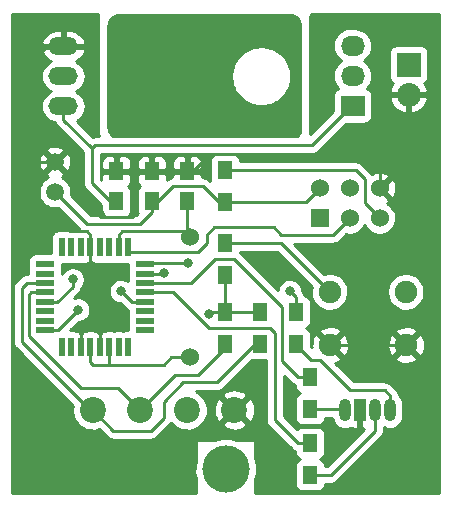
<source format=gbr>
G04 #@! TF.GenerationSoftware,KiCad,Pcbnew,(2017-09-19 revision dddaa7e69)-makepkg*
G04 #@! TF.CreationDate,2017-11-10T02:15:54+01:00*
G04 #@! TF.ProjectId,RICOH_AFICIO_SG_2100N_GEL_CHIP_RESETTER,5249434F485F41464943494F5F53475F,1*
G04 #@! TF.SameCoordinates,Original*
G04 #@! TF.FileFunction,Copper,L1,Top,Signal*
G04 #@! TF.FilePolarity,Positive*
%FSLAX46Y46*%
G04 Gerber Fmt 4.6, Leading zero omitted, Abs format (unit mm)*
G04 Created by KiCad (PCBNEW (2017-09-19 revision dddaa7e69)-makepkg) date 11/10/17 02:15:54*
%MOMM*%
%LPD*%
G01*
G04 APERTURE LIST*
%ADD10C,1.905000*%
%ADD11C,1.501140*%
%ADD12R,1.524000X1.524000*%
%ADD13C,1.524000*%
%ADD14R,0.550000X1.600000*%
%ADD15R,1.600000X0.550000*%
%ADD16R,2.032000X2.032000*%
%ADD17O,2.032000X2.032000*%
%ADD18R,2.032000X1.727200*%
%ADD19O,2.032000X1.727200*%
%ADD20R,1.250000X1.500000*%
%ADD21R,1.300000X1.500000*%
%ADD22C,4.000000*%
%ADD23C,2.200000*%
%ADD24O,1.000000X1.900000*%
%ADD25R,1.000000X1.900000*%
%ADD26O,2.499360X1.501140*%
%ADD27C,0.800000*%
%ADD28C,0.254000*%
%ADD29C,0.250000*%
%ADD30C,0.256000*%
G04 APERTURE END LIST*
D10*
X167498660Y-107752100D03*
X161052140Y-107752100D03*
X167549460Y-112247900D03*
X161100400Y-112247900D03*
D11*
X137800000Y-96760000D03*
X137800000Y-99300000D03*
D12*
X160210000Y-101520000D03*
D13*
X160210000Y-98980000D03*
X162750000Y-101520000D03*
X162750000Y-98980000D03*
X165290000Y-101520000D03*
X165290000Y-98980000D03*
D14*
X138400000Y-112450000D03*
X139200000Y-112450000D03*
X140000000Y-112450000D03*
X140800000Y-112450000D03*
X141600000Y-112450000D03*
X142400000Y-112450000D03*
X143200000Y-112450000D03*
X144000000Y-112450000D03*
D15*
X145450000Y-111000000D03*
X145450000Y-110200000D03*
X145450000Y-109400000D03*
X145450000Y-108600000D03*
X145450000Y-107800000D03*
X145450000Y-107000000D03*
X145450000Y-106200000D03*
X145450000Y-105400000D03*
D14*
X144000000Y-103950000D03*
X143200000Y-103950000D03*
X142400000Y-103950000D03*
X141600000Y-103950000D03*
X140800000Y-103950000D03*
X140000000Y-103950000D03*
X139200000Y-103950000D03*
X138400000Y-103950000D03*
D15*
X136950000Y-105400000D03*
X136950000Y-106200000D03*
X136950000Y-107000000D03*
X136950000Y-107800000D03*
X136950000Y-108600000D03*
X136950000Y-109400000D03*
X136950000Y-110200000D03*
X136950000Y-111000000D03*
D13*
X149200000Y-113280000D03*
X149200000Y-103120000D03*
D16*
X167750000Y-88500000D03*
D17*
X167750000Y-91040000D03*
D18*
X163000000Y-92000000D03*
D19*
X163000000Y-89460000D03*
X163000000Y-86920000D03*
D20*
X146000000Y-100050000D03*
X146000000Y-97550000D03*
X149000000Y-100050000D03*
X149000000Y-97550000D03*
X143000000Y-100050000D03*
X143000000Y-97550000D03*
D21*
X155200000Y-112150000D03*
X155200000Y-109450000D03*
X152200000Y-109450000D03*
X152200000Y-112150000D03*
X158200000Y-112150000D03*
X158200000Y-109450000D03*
X152200000Y-100150000D03*
X152200000Y-97450000D03*
X152200000Y-106350000D03*
X152200000Y-103650000D03*
D22*
X152250000Y-122750000D03*
D23*
X141000000Y-117750000D03*
X145000000Y-117750000D03*
X149000000Y-117750000D03*
X153000000Y-117750000D03*
D24*
X162350000Y-117750000D03*
D25*
X163620000Y-117750000D03*
D24*
X164890000Y-117750000D03*
X166160000Y-117750000D03*
D21*
X159400000Y-123250000D03*
X159400000Y-120550000D03*
X159400000Y-117650000D03*
X159400000Y-114950000D03*
D26*
X138500000Y-89500000D03*
X138500000Y-86960000D03*
X138500000Y-92040000D03*
D27*
X139781900Y-109253700D03*
X150845800Y-109584500D03*
X149106300Y-105318700D03*
X147052900Y-106148900D03*
X139300000Y-106700000D03*
X143400000Y-107700000D03*
X157700000Y-107700000D03*
D28*
X136950000Y-111000000D02*
X138035600Y-111000000D01*
X138035600Y-111000000D02*
X139781900Y-109253700D01*
X156950000Y-103650000D02*
X161052100Y-107752100D01*
X152200000Y-103650000D02*
X156950000Y-103650000D01*
X149000000Y-97550000D02*
X149450000Y-97550000D01*
X149450000Y-97550000D02*
X150900000Y-96100000D01*
X150900000Y-96100000D02*
X162400000Y-96100000D01*
X162400000Y-96100000D02*
X162500000Y-96000000D01*
D29*
X163387630Y-96000000D02*
X164100000Y-96000000D01*
X164100000Y-96000000D02*
X165290000Y-97190000D01*
X165290000Y-97190000D02*
X165290000Y-98980000D01*
X167750000Y-91040000D02*
X167750000Y-92476840D01*
X167750000Y-92476840D02*
X164226840Y-96000000D01*
X164226840Y-96000000D02*
X163387630Y-96000000D01*
X162500000Y-96000000D02*
X163387630Y-96000000D01*
D28*
X138500000Y-86960000D02*
X137140000Y-86960000D01*
X137140000Y-86960000D02*
X136400000Y-87700000D01*
X136400000Y-87700000D02*
X136400000Y-96760000D01*
X136400000Y-96760000D02*
X136400000Y-99900000D01*
X136400000Y-99900000D02*
X139100000Y-102600000D01*
X139100000Y-102600000D02*
X140500000Y-102600000D01*
X140500000Y-102600000D02*
X140800000Y-102900000D01*
X140800000Y-102900000D02*
X140800000Y-103950000D01*
X167750000Y-91040000D02*
X167750000Y-91450000D01*
X161100400Y-112247900D02*
X167549460Y-112247900D01*
X140800000Y-103950000D02*
X140800000Y-111000000D01*
X141600000Y-112450000D02*
X141600000Y-111200000D01*
X141600000Y-111200000D02*
X141400000Y-111000000D01*
X141400000Y-111000000D02*
X140800000Y-111000000D01*
X140000000Y-111200000D02*
X140000000Y-112450000D01*
X140800000Y-111000000D02*
X140200000Y-111000000D01*
X140200000Y-111000000D02*
X140000000Y-111200000D01*
X137800000Y-96760000D02*
X136400000Y-96760000D01*
X144300000Y-101400000D02*
X141700000Y-101400000D01*
X144500000Y-101200000D02*
X144300000Y-101400000D01*
X144500000Y-97550000D02*
X144500000Y-101200000D01*
X139800000Y-98760000D02*
X137800000Y-96760000D01*
X139800000Y-99500000D02*
X139800000Y-98760000D01*
X141700000Y-101400000D02*
X139800000Y-99500000D01*
X166700000Y-100390000D02*
X165290000Y-98980000D01*
X166700000Y-102868800D02*
X166700000Y-100390000D01*
X165900000Y-103668800D02*
X166700000Y-102868800D01*
X165900000Y-110598400D02*
X165900000Y-103668800D01*
X165900000Y-110598400D02*
X167549500Y-112247900D01*
X149000000Y-97550000D02*
X146000000Y-97550000D01*
X143000000Y-97550000D02*
X144006300Y-97550000D01*
X146000000Y-97550000D02*
X144500000Y-97550000D01*
X144500000Y-97550000D02*
X144006300Y-97550000D01*
X137800000Y-96760000D02*
X137811800Y-96771800D01*
X140800000Y-112450000D02*
X140800000Y-113700000D01*
X140800000Y-113700000D02*
X141000000Y-113900000D01*
X141000000Y-113900000D02*
X142400000Y-113900000D01*
X152200000Y-100150000D02*
X151650000Y-100150000D01*
X151650000Y-100150000D02*
X150300000Y-98800000D01*
X150300000Y-98800000D02*
X147800000Y-98800000D01*
X147800000Y-98800000D02*
X146550000Y-100050000D01*
X146550000Y-100050000D02*
X146000000Y-100050000D01*
X149200000Y-113280000D02*
X147620000Y-113280000D01*
X147000000Y-113900000D02*
X142400000Y-113900000D01*
X147620000Y-113280000D02*
X147000000Y-113900000D01*
X146000000Y-100050000D02*
X146000000Y-101000000D01*
X140500000Y-102000000D02*
X137800000Y-99300000D01*
X145000000Y-102000000D02*
X140500000Y-102000000D01*
X146000000Y-101000000D02*
X145000000Y-102000000D01*
X152200000Y-109450000D02*
X151168700Y-109450000D01*
X151034200Y-109584500D02*
X151168700Y-109450000D01*
X150845800Y-109584500D02*
X151034200Y-109584500D01*
X152200000Y-106350000D02*
X152200000Y-109450000D01*
X155200000Y-109450000D02*
X154168700Y-109450000D01*
X152200000Y-109450000D02*
X154168700Y-109450000D01*
X142400000Y-112450000D02*
X142400000Y-113900000D01*
X159040000Y-100150000D02*
X152200000Y-100150000D01*
X160210000Y-98980000D02*
X159040000Y-100150000D01*
X143200000Y-103950000D02*
X143200000Y-102900000D01*
X143200000Y-102900000D02*
X143500000Y-102600000D01*
X143500000Y-102600000D02*
X148680000Y-102600000D01*
X148680000Y-102600000D02*
X149200000Y-103120000D01*
X149000000Y-100050000D02*
X149000000Y-102768700D01*
X149000000Y-102920000D02*
X149200000Y-103120000D01*
X149000000Y-102768700D02*
X149000000Y-102920000D01*
X140923900Y-95595800D02*
X141169700Y-95350000D01*
X141169700Y-95350000D02*
X159550000Y-95350000D01*
X159550000Y-95350000D02*
X162900000Y-92000000D01*
X162900000Y-92000000D02*
X163000000Y-92000000D01*
X143000000Y-100050000D02*
X142450000Y-100050000D01*
X142450000Y-100050000D02*
X140923900Y-98523900D01*
X140923900Y-98523900D02*
X140923900Y-95595800D01*
X138500000Y-92040000D02*
X138500000Y-93171900D01*
X138500000Y-93171900D02*
X140923900Y-95595800D01*
X145450000Y-105400000D02*
X145531300Y-105318700D01*
X145531300Y-105318700D02*
X146712600Y-105318700D01*
X146712600Y-105318700D02*
X149106300Y-105318700D01*
X162750000Y-101520000D02*
X161370000Y-102900000D01*
X161370000Y-102900000D02*
X156919000Y-102900000D01*
X156919000Y-102900000D02*
X156319000Y-102300000D01*
X150700000Y-103600000D02*
X149900000Y-104400000D01*
X156319000Y-102300000D02*
X151300000Y-102300000D01*
X151300000Y-102300000D02*
X150700000Y-102900000D01*
X150700000Y-102900000D02*
X150700000Y-103600000D01*
X149900000Y-104400000D02*
X144000000Y-104400000D01*
X144000000Y-104400000D02*
X144000000Y-103950000D01*
X147001800Y-106200000D02*
X147052900Y-106148900D01*
X145450000Y-106200000D02*
X147001800Y-106200000D01*
D29*
X164020000Y-100250000D02*
X164020000Y-98220000D01*
X164020000Y-98220000D02*
X163250000Y-97450000D01*
X163250000Y-97450000D02*
X153100000Y-97450000D01*
X153100000Y-97450000D02*
X152200000Y-97450000D01*
D28*
X139300000Y-107265685D02*
X139300000Y-106700000D01*
X139300000Y-107304000D02*
X139300000Y-107265685D01*
X138004000Y-108600000D02*
X139300000Y-107304000D01*
X136950000Y-108600000D02*
X138004000Y-108600000D01*
X164020000Y-100250000D02*
X165290000Y-101520000D01*
D29*
X166160000Y-117750000D02*
X166160000Y-116550000D01*
X166160000Y-116550000D02*
X165710000Y-116100000D01*
X165710000Y-116100000D02*
X162800000Y-116100000D01*
D28*
X162800000Y-116100000D02*
X160200000Y-113500000D01*
X160200000Y-113500000D02*
X159500000Y-113500000D01*
X159500000Y-113500000D02*
X158250000Y-112250000D01*
X158250000Y-112250000D02*
X158250000Y-112100000D01*
X158250000Y-112100000D02*
X158200000Y-112150000D01*
X158200000Y-109450000D02*
X158200000Y-108200000D01*
X144300000Y-108600000D02*
X145450000Y-108600000D01*
X143400000Y-107700000D02*
X144300000Y-108600000D01*
X158200000Y-108200000D02*
X157700000Y-107700000D01*
X141000000Y-117750000D02*
X142750000Y-119500000D01*
X142750000Y-119500000D02*
X145900000Y-119500000D01*
X145900000Y-119500000D02*
X147000000Y-118400000D01*
X147000000Y-118400000D02*
X147000000Y-117100000D01*
X147000000Y-117100000D02*
X148681300Y-115418700D01*
X148681300Y-115418700D02*
X151481300Y-115418700D01*
X151481300Y-115418700D02*
X154750000Y-112150000D01*
X154750000Y-112150000D02*
X155200000Y-112150000D01*
X140875000Y-117875000D02*
X135000000Y-112000000D01*
X135400000Y-107000000D02*
X135000000Y-107400000D01*
X135000000Y-107400000D02*
X135000000Y-112000000D01*
X135400000Y-107000000D02*
X136950000Y-107000000D01*
X136950000Y-107800000D02*
X135800000Y-107800000D01*
X135800000Y-107800000D02*
X135600000Y-108000000D01*
X135600000Y-108000000D02*
X135600000Y-111500000D01*
X135600000Y-111500000D02*
X140000000Y-115900000D01*
X140000000Y-115900000D02*
X143150000Y-115900000D01*
X143150000Y-115900000D02*
X145000000Y-117750000D01*
X152450000Y-112250000D02*
X149900000Y-114800000D01*
X152200000Y-112150000D02*
X152150000Y-112150000D01*
X147950000Y-114800000D02*
X149900000Y-114800000D01*
X145000000Y-117750000D02*
X147950000Y-114800000D01*
X159400000Y-123250000D02*
X161150000Y-123250000D01*
X164890000Y-119510000D02*
X164890000Y-117750000D01*
X161150000Y-123250000D02*
X164890000Y-119510000D01*
X159400000Y-117650000D02*
X162250000Y-117650000D01*
X162250000Y-117650000D02*
X162350000Y-117750000D01*
X147804600Y-107800000D02*
X145450000Y-107800000D01*
X150838800Y-110834200D02*
X147804600Y-107800000D01*
X156034200Y-110834200D02*
X150838800Y-110834200D01*
X156413300Y-111213300D02*
X156034200Y-110834200D01*
X156413300Y-118594600D02*
X156413300Y-111213300D01*
X158368700Y-120550000D02*
X156413300Y-118594600D01*
X159400000Y-120550000D02*
X158368700Y-120550000D01*
X149331100Y-107000000D02*
X145450000Y-107000000D01*
X151331100Y-105000000D02*
X149331100Y-107000000D01*
X153000000Y-105000000D02*
X151331100Y-105000000D01*
X157000000Y-109000000D02*
X153000000Y-105000000D01*
X157000000Y-113581300D02*
X157000000Y-109000000D01*
X158368700Y-114950000D02*
X157000000Y-113581300D01*
X159400000Y-114950000D02*
X158368700Y-114950000D01*
D30*
G36*
X157870002Y-84345364D02*
X158033460Y-84394947D01*
X158184116Y-84475475D01*
X158316160Y-84583840D01*
X158424525Y-84715884D01*
X158505053Y-84866540D01*
X158554636Y-85029998D01*
X158572000Y-85206292D01*
X158572000Y-93993708D01*
X158558480Y-94130979D01*
X158520274Y-94256928D01*
X158458233Y-94372999D01*
X158374737Y-94474737D01*
X158272999Y-94558233D01*
X158219180Y-94587000D01*
X142832766Y-94587000D01*
X142715884Y-94524525D01*
X142583840Y-94416160D01*
X142475475Y-94284116D01*
X142394947Y-94133460D01*
X142345364Y-93970002D01*
X142328000Y-93793708D01*
X142328000Y-89525983D01*
X152715944Y-89525983D01*
X152726063Y-89618990D01*
X152724747Y-89713227D01*
X152753156Y-89868017D01*
X152769973Y-90022585D01*
X152797712Y-90110781D01*
X152814523Y-90202376D01*
X152872869Y-90349743D01*
X152919846Y-90499104D01*
X152966745Y-90586847D01*
X152997598Y-90664772D01*
X153060897Y-90762993D01*
X153130932Y-90894020D01*
X153153735Y-90907050D01*
X153267000Y-91082803D01*
X153612467Y-91440544D01*
X153857138Y-91610595D01*
X153869980Y-91633068D01*
X153948045Y-91673777D01*
X154020841Y-91724371D01*
X154170211Y-91789629D01*
X154312907Y-91864041D01*
X154396347Y-91888426D01*
X154476566Y-91923473D01*
X154636873Y-91958719D01*
X154792383Y-92004166D01*
X154877877Y-92011707D01*
X154962284Y-92030265D01*
X155127519Y-92033726D01*
X155289983Y-92048056D01*
X155374201Y-92038893D01*
X155459495Y-92040680D01*
X155623369Y-92011784D01*
X155786585Y-91994027D01*
X155866346Y-91968941D01*
X155949259Y-91954321D01*
X156105447Y-91893740D01*
X156263104Y-91844154D01*
X156341977Y-91801996D01*
X156412922Y-91774478D01*
X156516836Y-91708532D01*
X156658020Y-91633068D01*
X156670692Y-91610892D01*
X156832822Y-91508001D01*
X157192967Y-91165040D01*
X157375427Y-90906386D01*
X157397068Y-90894020D01*
X157433686Y-90823799D01*
X157479638Y-90758658D01*
X157549615Y-90601488D01*
X157628041Y-90451093D01*
X157649945Y-90376141D01*
X157681916Y-90304334D01*
X157720283Y-90135461D01*
X157768166Y-89971617D01*
X157774930Y-89894935D01*
X157792097Y-89819373D01*
X157794072Y-89677904D01*
X157812056Y-89474017D01*
X157798641Y-89350717D01*
X157800029Y-89251340D01*
X157772951Y-89114586D01*
X157758027Y-88977415D01*
X157724994Y-88872386D01*
X157703432Y-88763492D01*
X157649883Y-88633572D01*
X157608154Y-88500896D01*
X157551546Y-88394990D01*
X157513918Y-88303697D01*
X157456789Y-88217711D01*
X157397068Y-88105980D01*
X157373674Y-88092612D01*
X157238706Y-87889469D01*
X156888277Y-87536586D01*
X156671356Y-87390271D01*
X156658020Y-87366932D01*
X156564298Y-87318059D01*
X156475981Y-87258488D01*
X156342302Y-87202294D01*
X156215093Y-87135959D01*
X156114699Y-87106619D01*
X156017520Y-87065769D01*
X155874376Y-87036386D01*
X155735617Y-86995834D01*
X155632526Y-86986741D01*
X155530358Y-86965769D01*
X155383101Y-86964741D01*
X155238017Y-86951944D01*
X155136237Y-86963017D01*
X155033051Y-86962297D01*
X154887295Y-86990102D01*
X154741415Y-87005973D01*
X154644798Y-87036361D01*
X154544540Y-87055486D01*
X154405925Y-87111490D01*
X154264896Y-87155846D01*
X154168151Y-87207557D01*
X154083434Y-87241785D01*
X153991219Y-87302129D01*
X153869980Y-87366932D01*
X153856716Y-87390145D01*
X153667294Y-87514099D01*
X153311973Y-87862055D01*
X153153967Y-88092818D01*
X153130932Y-88105980D01*
X153086140Y-88191876D01*
X153031004Y-88272400D01*
X152970338Y-88413943D01*
X152899959Y-88548907D01*
X152873095Y-88640829D01*
X152835089Y-88729504D01*
X152802839Y-88881231D01*
X152759834Y-89028383D01*
X152751516Y-89122685D01*
X152731691Y-89215956D01*
X152729509Y-89372187D01*
X152715944Y-89525983D01*
X142328000Y-89525983D01*
X142328000Y-85206292D01*
X142345364Y-85029998D01*
X142394947Y-84866540D01*
X142475475Y-84715884D01*
X142583840Y-84583840D01*
X142715884Y-84475475D01*
X142866540Y-84394947D01*
X143029998Y-84345364D01*
X143206292Y-84328000D01*
X157693708Y-84328000D01*
X157870002Y-84345364D01*
X157870002Y-84345364D01*
G37*
X157870002Y-84345364D02*
X158033460Y-84394947D01*
X158184116Y-84475475D01*
X158316160Y-84583840D01*
X158424525Y-84715884D01*
X158505053Y-84866540D01*
X158554636Y-85029998D01*
X158572000Y-85206292D01*
X158572000Y-93993708D01*
X158558480Y-94130979D01*
X158520274Y-94256928D01*
X158458233Y-94372999D01*
X158374737Y-94474737D01*
X158272999Y-94558233D01*
X158219180Y-94587000D01*
X142832766Y-94587000D01*
X142715884Y-94524525D01*
X142583840Y-94416160D01*
X142475475Y-94284116D01*
X142394947Y-94133460D01*
X142345364Y-93970002D01*
X142328000Y-93793708D01*
X142328000Y-89525983D01*
X152715944Y-89525983D01*
X152726063Y-89618990D01*
X152724747Y-89713227D01*
X152753156Y-89868017D01*
X152769973Y-90022585D01*
X152797712Y-90110781D01*
X152814523Y-90202376D01*
X152872869Y-90349743D01*
X152919846Y-90499104D01*
X152966745Y-90586847D01*
X152997598Y-90664772D01*
X153060897Y-90762993D01*
X153130932Y-90894020D01*
X153153735Y-90907050D01*
X153267000Y-91082803D01*
X153612467Y-91440544D01*
X153857138Y-91610595D01*
X153869980Y-91633068D01*
X153948045Y-91673777D01*
X154020841Y-91724371D01*
X154170211Y-91789629D01*
X154312907Y-91864041D01*
X154396347Y-91888426D01*
X154476566Y-91923473D01*
X154636873Y-91958719D01*
X154792383Y-92004166D01*
X154877877Y-92011707D01*
X154962284Y-92030265D01*
X155127519Y-92033726D01*
X155289983Y-92048056D01*
X155374201Y-92038893D01*
X155459495Y-92040680D01*
X155623369Y-92011784D01*
X155786585Y-91994027D01*
X155866346Y-91968941D01*
X155949259Y-91954321D01*
X156105447Y-91893740D01*
X156263104Y-91844154D01*
X156341977Y-91801996D01*
X156412922Y-91774478D01*
X156516836Y-91708532D01*
X156658020Y-91633068D01*
X156670692Y-91610892D01*
X156832822Y-91508001D01*
X157192967Y-91165040D01*
X157375427Y-90906386D01*
X157397068Y-90894020D01*
X157433686Y-90823799D01*
X157479638Y-90758658D01*
X157549615Y-90601488D01*
X157628041Y-90451093D01*
X157649945Y-90376141D01*
X157681916Y-90304334D01*
X157720283Y-90135461D01*
X157768166Y-89971617D01*
X157774930Y-89894935D01*
X157792097Y-89819373D01*
X157794072Y-89677904D01*
X157812056Y-89474017D01*
X157798641Y-89350717D01*
X157800029Y-89251340D01*
X157772951Y-89114586D01*
X157758027Y-88977415D01*
X157724994Y-88872386D01*
X157703432Y-88763492D01*
X157649883Y-88633572D01*
X157608154Y-88500896D01*
X157551546Y-88394990D01*
X157513918Y-88303697D01*
X157456789Y-88217711D01*
X157397068Y-88105980D01*
X157373674Y-88092612D01*
X157238706Y-87889469D01*
X156888277Y-87536586D01*
X156671356Y-87390271D01*
X156658020Y-87366932D01*
X156564298Y-87318059D01*
X156475981Y-87258488D01*
X156342302Y-87202294D01*
X156215093Y-87135959D01*
X156114699Y-87106619D01*
X156017520Y-87065769D01*
X155874376Y-87036386D01*
X155735617Y-86995834D01*
X155632526Y-86986741D01*
X155530358Y-86965769D01*
X155383101Y-86964741D01*
X155238017Y-86951944D01*
X155136237Y-86963017D01*
X155033051Y-86962297D01*
X154887295Y-86990102D01*
X154741415Y-87005973D01*
X154644798Y-87036361D01*
X154544540Y-87055486D01*
X154405925Y-87111490D01*
X154264896Y-87155846D01*
X154168151Y-87207557D01*
X154083434Y-87241785D01*
X153991219Y-87302129D01*
X153869980Y-87366932D01*
X153856716Y-87390145D01*
X153667294Y-87514099D01*
X153311973Y-87862055D01*
X153153967Y-88092818D01*
X153130932Y-88105980D01*
X153086140Y-88191876D01*
X153031004Y-88272400D01*
X152970338Y-88413943D01*
X152899959Y-88548907D01*
X152873095Y-88640829D01*
X152835089Y-88729504D01*
X152802839Y-88881231D01*
X152759834Y-89028383D01*
X152751516Y-89122685D01*
X152731691Y-89215956D01*
X152729509Y-89372187D01*
X152715944Y-89525983D01*
X142328000Y-89525983D01*
X142328000Y-85206292D01*
X142345364Y-85029998D01*
X142394947Y-84866540D01*
X142475475Y-84715884D01*
X142583840Y-84583840D01*
X142715884Y-84475475D01*
X142866540Y-84394947D01*
X143029998Y-84345364D01*
X143206292Y-84328000D01*
X157693708Y-84328000D01*
X157870002Y-84345364D01*
G36*
X141454636Y-84329998D02*
X141472000Y-84506292D01*
X141472000Y-94400000D01*
X141472616Y-94412546D01*
X141489798Y-94587000D01*
X141169700Y-94587000D01*
X141099596Y-94593874D01*
X141029345Y-94600020D01*
X141025492Y-94601140D01*
X141021499Y-94601531D01*
X141011650Y-94604505D01*
X139662277Y-93255132D01*
X139775550Y-93194904D01*
X139985259Y-93023869D01*
X140157753Y-92815360D01*
X140286462Y-92577317D01*
X140366484Y-92318809D01*
X140394770Y-92049680D01*
X140370244Y-91780183D01*
X140293839Y-91520582D01*
X140168466Y-91280765D01*
X139998900Y-91069868D01*
X139791600Y-90895922D01*
X139560846Y-90769064D01*
X139775550Y-90654904D01*
X139985259Y-90483869D01*
X140157753Y-90275360D01*
X140286462Y-90037317D01*
X140366484Y-89778809D01*
X140394770Y-89509680D01*
X140370244Y-89240183D01*
X140293839Y-88980582D01*
X140168466Y-88740765D01*
X139998900Y-88529868D01*
X139791600Y-88355922D01*
X139559084Y-88228096D01*
X139646136Y-88192806D01*
X139874212Y-88042889D01*
X140068658Y-87851358D01*
X140222002Y-87625572D01*
X140328351Y-87374209D01*
X140343232Y-87300459D01*
X140220196Y-87086000D01*
X138626000Y-87086000D01*
X138626000Y-87106000D01*
X138374000Y-87106000D01*
X138374000Y-87086000D01*
X136779804Y-87086000D01*
X136656768Y-87300459D01*
X136671649Y-87374209D01*
X136777998Y-87625572D01*
X136931342Y-87851358D01*
X137125788Y-88042889D01*
X137353864Y-88192806D01*
X137442947Y-88228919D01*
X137224450Y-88345096D01*
X137014741Y-88516131D01*
X136842247Y-88724640D01*
X136713538Y-88962683D01*
X136633516Y-89221191D01*
X136605230Y-89490320D01*
X136629756Y-89759817D01*
X136706161Y-90019418D01*
X136831534Y-90259235D01*
X137001100Y-90470132D01*
X137208400Y-90644078D01*
X137439154Y-90770936D01*
X137224450Y-90885096D01*
X137014741Y-91056131D01*
X136842247Y-91264640D01*
X136713538Y-91502683D01*
X136633516Y-91761191D01*
X136605230Y-92030320D01*
X136629756Y-92299817D01*
X136706161Y-92559418D01*
X136831534Y-92799235D01*
X137001100Y-93010132D01*
X137208400Y-93184078D01*
X137445538Y-93314445D01*
X137703482Y-93396270D01*
X137776819Y-93404496D01*
X137791565Y-93455253D01*
X137793411Y-93458814D01*
X137794571Y-93462657D01*
X137827663Y-93524894D01*
X137860094Y-93587460D01*
X137862598Y-93590597D01*
X137864481Y-93594138D01*
X137909004Y-93648728D01*
X137952997Y-93703837D01*
X137958503Y-93709420D01*
X137958598Y-93709536D01*
X137958706Y-93709625D01*
X137960478Y-93711422D01*
X140160900Y-95911845D01*
X140160900Y-98523900D01*
X140167778Y-98594044D01*
X140173920Y-98664255D01*
X140175040Y-98668108D01*
X140175431Y-98672101D01*
X140195805Y-98739584D01*
X140215465Y-98807253D01*
X140217311Y-98810814D01*
X140218471Y-98814657D01*
X140251563Y-98876894D01*
X140283994Y-98939460D01*
X140286498Y-98942597D01*
X140288381Y-98946138D01*
X140332904Y-99000728D01*
X140376897Y-99055837D01*
X140382403Y-99061420D01*
X140382498Y-99061536D01*
X140382606Y-99061625D01*
X140384378Y-99063422D01*
X141735923Y-100414968D01*
X141735923Y-100800000D01*
X141748203Y-100924678D01*
X141784570Y-101044564D01*
X141843627Y-101155052D01*
X141910879Y-101237000D01*
X140816045Y-101237000D01*
X139158480Y-99579436D01*
X139182293Y-99474624D01*
X139186629Y-99164040D01*
X139133813Y-98897298D01*
X139030192Y-98645895D01*
X138879714Y-98419407D01*
X138688109Y-98226460D01*
X138462677Y-98074404D01*
X138361042Y-98031681D01*
X138398473Y-98018195D01*
X138513657Y-97956629D01*
X138579112Y-97717303D01*
X137800000Y-96938191D01*
X137020888Y-97717303D01*
X137086343Y-97956629D01*
X137242101Y-98029878D01*
X137154499Y-98065271D01*
X136926966Y-98214165D01*
X136732686Y-98404418D01*
X136579060Y-98628783D01*
X136471939Y-98878714D01*
X136415404Y-99144693D01*
X136411607Y-99416587D01*
X136460694Y-99684040D01*
X136560795Y-99936865D01*
X136708096Y-100165432D01*
X136896988Y-100361035D01*
X137120275Y-100516224D01*
X137369453Y-100625087D01*
X137635030Y-100683478D01*
X137906891Y-100689173D01*
X138079664Y-100658708D01*
X139931878Y-102510923D01*
X139725000Y-102510923D01*
X139600322Y-102523203D01*
X139600000Y-102523301D01*
X139599678Y-102523203D01*
X139475000Y-102510923D01*
X138925000Y-102510923D01*
X138800322Y-102523203D01*
X138800000Y-102523301D01*
X138799678Y-102523203D01*
X138675000Y-102510923D01*
X138125000Y-102510923D01*
X138000322Y-102523203D01*
X137880436Y-102559570D01*
X137769948Y-102618627D01*
X137673104Y-102698104D01*
X137593627Y-102794948D01*
X137534570Y-102905436D01*
X137498203Y-103025322D01*
X137485923Y-103150000D01*
X137485923Y-104485923D01*
X136150000Y-104485923D01*
X136025322Y-104498203D01*
X135905436Y-104534570D01*
X135794948Y-104593627D01*
X135698104Y-104673104D01*
X135618627Y-104769948D01*
X135559570Y-104880436D01*
X135523203Y-105000322D01*
X135510923Y-105125000D01*
X135510923Y-105675000D01*
X135523203Y-105799678D01*
X135523301Y-105800000D01*
X135523203Y-105800322D01*
X135510923Y-105925000D01*
X135510923Y-106237000D01*
X135400000Y-106237000D01*
X135329856Y-106243878D01*
X135259645Y-106250020D01*
X135255792Y-106251140D01*
X135251799Y-106251531D01*
X135184283Y-106271915D01*
X135116646Y-106291566D01*
X135113089Y-106293410D01*
X135109243Y-106294571D01*
X135046989Y-106327672D01*
X134984440Y-106360094D01*
X134981303Y-106362598D01*
X134977762Y-106364481D01*
X134923196Y-106408984D01*
X134868062Y-106452997D01*
X134862475Y-106458508D01*
X134862364Y-106458598D01*
X134862279Y-106458701D01*
X134860477Y-106460478D01*
X134460478Y-106860478D01*
X134415776Y-106914899D01*
X134370438Y-106968930D01*
X134368504Y-106972447D01*
X134365959Y-106975546D01*
X134332651Y-107037665D01*
X134298700Y-107099422D01*
X134297488Y-107103244D01*
X134295590Y-107106783D01*
X134274983Y-107174186D01*
X134253673Y-107241363D01*
X134253225Y-107245353D01*
X134252053Y-107249188D01*
X134244936Y-107319254D01*
X134237074Y-107389347D01*
X134237019Y-107397194D01*
X134237005Y-107397337D01*
X134237018Y-107397470D01*
X134237000Y-107400000D01*
X134237000Y-112000000D01*
X134243878Y-112070144D01*
X134250020Y-112140355D01*
X134251140Y-112144208D01*
X134251531Y-112148201D01*
X134271905Y-112215684D01*
X134291565Y-112283353D01*
X134293411Y-112286914D01*
X134294571Y-112290757D01*
X134327663Y-112352994D01*
X134360094Y-112415560D01*
X134362598Y-112418697D01*
X134364481Y-112422238D01*
X134409004Y-112476828D01*
X134452997Y-112531937D01*
X134458503Y-112537520D01*
X134458598Y-112537636D01*
X134458706Y-112537725D01*
X134460478Y-112539522D01*
X139303290Y-117382335D01*
X139266471Y-117555554D01*
X139261718Y-117895968D01*
X139323175Y-118230822D01*
X139448502Y-118547362D01*
X139632925Y-118833530D01*
X139869420Y-119078427D01*
X140148978Y-119272725D01*
X140460951Y-119409023D01*
X140793456Y-119482129D01*
X141133829Y-119489259D01*
X141469104Y-119430141D01*
X141564208Y-119393253D01*
X142210478Y-120039523D01*
X142264934Y-120084253D01*
X142318930Y-120129562D01*
X142322446Y-120131495D01*
X142325547Y-120134042D01*
X142387683Y-120167359D01*
X142449422Y-120201300D01*
X142453244Y-120202512D01*
X142456783Y-120204410D01*
X142524186Y-120225017D01*
X142591363Y-120246327D01*
X142595353Y-120246775D01*
X142599188Y-120247947D01*
X142669254Y-120255064D01*
X142739347Y-120262926D01*
X142747194Y-120262981D01*
X142747337Y-120262995D01*
X142747470Y-120262982D01*
X142750000Y-120263000D01*
X145900000Y-120263000D01*
X145970144Y-120256122D01*
X146040355Y-120249980D01*
X146044208Y-120248860D01*
X146048201Y-120248469D01*
X146115684Y-120228095D01*
X146183353Y-120208435D01*
X146186914Y-120206589D01*
X146190757Y-120205429D01*
X146252994Y-120172337D01*
X146315560Y-120139906D01*
X146318697Y-120137402D01*
X146322238Y-120135519D01*
X146376828Y-120090996D01*
X146431937Y-120047003D01*
X146437520Y-120041497D01*
X146437636Y-120041402D01*
X146437725Y-120041294D01*
X146439522Y-120039522D01*
X147539523Y-118939522D01*
X147584249Y-118885071D01*
X147629562Y-118831070D01*
X147630380Y-118829581D01*
X147632925Y-118833530D01*
X147869420Y-119078427D01*
X148148978Y-119272725D01*
X148460951Y-119409023D01*
X148793456Y-119482129D01*
X149133829Y-119489259D01*
X149469104Y-119430141D01*
X149786511Y-119307027D01*
X150073960Y-119124606D01*
X150250387Y-118956596D01*
X151971595Y-118956596D01*
X152079282Y-119231623D01*
X152386023Y-119382777D01*
X152716360Y-119471185D01*
X153057597Y-119493448D01*
X153396620Y-119448712D01*
X153720401Y-119338694D01*
X153920718Y-119231623D01*
X154028405Y-118956596D01*
X153000000Y-117928191D01*
X151971595Y-118956596D01*
X150250387Y-118956596D01*
X150320502Y-118889827D01*
X150516747Y-118611632D01*
X150655219Y-118300618D01*
X150730645Y-117968631D01*
X150732893Y-117807597D01*
X151256552Y-117807597D01*
X151301288Y-118146620D01*
X151411306Y-118470401D01*
X151518377Y-118670718D01*
X151793404Y-118778405D01*
X152821809Y-117750000D01*
X153178191Y-117750000D01*
X154206596Y-118778405D01*
X154481623Y-118670718D01*
X154632777Y-118363977D01*
X154721185Y-118033640D01*
X154743448Y-117692403D01*
X154698712Y-117353380D01*
X154588694Y-117029599D01*
X154481623Y-116829282D01*
X154206596Y-116721595D01*
X153178191Y-117750000D01*
X152821809Y-117750000D01*
X151793404Y-116721595D01*
X151518377Y-116829282D01*
X151367223Y-117136023D01*
X151278815Y-117466360D01*
X151256552Y-117807597D01*
X150732893Y-117807597D01*
X150736075Y-117579776D01*
X150669948Y-117245813D01*
X150540214Y-116931054D01*
X150351813Y-116647488D01*
X150248453Y-116543404D01*
X151971595Y-116543404D01*
X153000000Y-117571809D01*
X154028405Y-116543404D01*
X153920718Y-116268377D01*
X153613977Y-116117223D01*
X153283640Y-116028815D01*
X152942403Y-116006552D01*
X152603380Y-116051288D01*
X152279599Y-116161306D01*
X152079282Y-116268377D01*
X151971595Y-116543404D01*
X150248453Y-116543404D01*
X150111922Y-116405917D01*
X149829679Y-116215541D01*
X149749175Y-116181700D01*
X151481300Y-116181700D01*
X151551444Y-116174822D01*
X151621655Y-116168680D01*
X151625508Y-116167560D01*
X151629501Y-116167169D01*
X151696984Y-116146795D01*
X151764653Y-116127135D01*
X151768214Y-116125289D01*
X151772057Y-116124129D01*
X151834294Y-116091037D01*
X151896860Y-116058606D01*
X151899997Y-116056102D01*
X151903538Y-116054219D01*
X151958128Y-116009696D01*
X152013237Y-115965703D01*
X152018820Y-115960197D01*
X152018936Y-115960102D01*
X152019025Y-115959994D01*
X152020822Y-115958222D01*
X154449834Y-113529211D01*
X154550000Y-113539077D01*
X155650300Y-113539077D01*
X155650300Y-118594600D01*
X155657178Y-118664744D01*
X155663320Y-118734955D01*
X155664440Y-118738808D01*
X155664831Y-118742801D01*
X155685205Y-118810284D01*
X155704865Y-118877953D01*
X155706711Y-118881514D01*
X155707871Y-118885357D01*
X155740963Y-118947594D01*
X155773394Y-119010160D01*
X155775898Y-119013297D01*
X155777781Y-119016838D01*
X155822304Y-119071428D01*
X155866297Y-119126537D01*
X155871803Y-119132120D01*
X155871898Y-119132236D01*
X155872006Y-119132325D01*
X155873778Y-119134122D01*
X157829177Y-121089522D01*
X157883623Y-121134245D01*
X157937630Y-121179562D01*
X157941147Y-121181496D01*
X157944246Y-121184041D01*
X158006384Y-121217359D01*
X158068122Y-121251300D01*
X158071942Y-121252512D01*
X158075482Y-121254410D01*
X158110923Y-121265245D01*
X158110923Y-121300000D01*
X158123203Y-121424678D01*
X158159570Y-121544564D01*
X158218627Y-121655052D01*
X158298104Y-121751896D01*
X158394948Y-121831373D01*
X158505436Y-121890430D01*
X158536984Y-121900000D01*
X158505436Y-121909570D01*
X158394948Y-121968627D01*
X158298104Y-122048104D01*
X158218627Y-122144948D01*
X158159570Y-122255436D01*
X158123203Y-122375322D01*
X158110923Y-122500000D01*
X158110923Y-124000000D01*
X158123203Y-124124678D01*
X158159570Y-124244564D01*
X158218627Y-124355052D01*
X158298104Y-124451896D01*
X158394948Y-124531373D01*
X158505436Y-124590430D01*
X158625322Y-124626797D01*
X158750000Y-124639077D01*
X160050000Y-124639077D01*
X160174678Y-124626797D01*
X160294564Y-124590430D01*
X160405052Y-124531373D01*
X160501896Y-124451896D01*
X160581373Y-124355052D01*
X160640430Y-124244564D01*
X160676797Y-124124678D01*
X160687797Y-124013000D01*
X161150000Y-124013000D01*
X161220144Y-124006122D01*
X161290355Y-123999980D01*
X161294208Y-123998860D01*
X161298201Y-123998469D01*
X161365684Y-123978095D01*
X161433353Y-123958435D01*
X161436914Y-123956589D01*
X161440757Y-123955429D01*
X161502994Y-123922337D01*
X161565560Y-123889906D01*
X161568697Y-123887402D01*
X161572238Y-123885519D01*
X161626828Y-123840996D01*
X161681937Y-123797003D01*
X161687520Y-123791497D01*
X161687636Y-123791402D01*
X161687725Y-123791294D01*
X161689522Y-123789522D01*
X165429523Y-120049522D01*
X165474253Y-119995066D01*
X165519562Y-119941070D01*
X165521495Y-119937554D01*
X165524042Y-119934453D01*
X165557359Y-119872317D01*
X165591300Y-119810578D01*
X165592512Y-119806756D01*
X165594410Y-119803217D01*
X165615017Y-119735814D01*
X165636327Y-119668637D01*
X165636775Y-119664647D01*
X165637947Y-119660812D01*
X165645064Y-119590746D01*
X165652926Y-119520653D01*
X165652981Y-119512806D01*
X165652995Y-119512663D01*
X165652982Y-119512530D01*
X165653000Y-119510000D01*
X165653000Y-119218802D01*
X165719782Y-119254911D01*
X165931575Y-119320471D01*
X166152069Y-119343646D01*
X166372865Y-119323552D01*
X166585553Y-119260955D01*
X166782032Y-119158238D01*
X166954818Y-119019315D01*
X167097329Y-118849477D01*
X167204138Y-118655192D01*
X167271176Y-118443862D01*
X167295889Y-118223535D01*
X167296000Y-118207674D01*
X167296000Y-117292326D01*
X167274365Y-117071676D01*
X167210284Y-116859430D01*
X167106199Y-116663673D01*
X166966072Y-116491862D01*
X166911204Y-116446471D01*
X166908014Y-116410013D01*
X166906897Y-116406170D01*
X166906507Y-116402188D01*
X166886189Y-116334890D01*
X166866578Y-116267389D01*
X166864737Y-116263838D01*
X166863580Y-116260005D01*
X166830561Y-116197906D01*
X166798228Y-116135530D01*
X166795733Y-116132404D01*
X166793853Y-116128869D01*
X166749422Y-116074391D01*
X166705569Y-116019457D01*
X166700078Y-116013889D01*
X166699983Y-116013773D01*
X166699875Y-116013684D01*
X166698108Y-116011892D01*
X166248108Y-115561892D01*
X166193811Y-115517291D01*
X166139940Y-115472089D01*
X166136434Y-115470161D01*
X166133341Y-115467621D01*
X166071349Y-115434381D01*
X166009790Y-115400538D01*
X166005980Y-115399329D01*
X166002449Y-115397436D01*
X165935184Y-115376872D01*
X165868221Y-115355630D01*
X165864244Y-115355184D01*
X165860417Y-115354014D01*
X165790514Y-115346913D01*
X165720625Y-115339074D01*
X165712799Y-115339019D01*
X165712656Y-115339005D01*
X165712523Y-115339018D01*
X165710000Y-115339000D01*
X163118045Y-115339000D01*
X161551761Y-113772716D01*
X161769355Y-113697144D01*
X161933751Y-113609273D01*
X162023635Y-113349326D01*
X166626225Y-113349326D01*
X166716109Y-113609273D01*
X166997712Y-113745693D01*
X167300519Y-113824554D01*
X167612892Y-113842825D01*
X167922828Y-113799804D01*
X168218415Y-113697144D01*
X168382811Y-113609273D01*
X168472695Y-113349326D01*
X167549460Y-112426091D01*
X166626225Y-113349326D01*
X162023635Y-113349326D01*
X161100400Y-112426091D01*
X161086258Y-112440233D01*
X160908067Y-112262042D01*
X160922209Y-112247900D01*
X161278591Y-112247900D01*
X162201826Y-113171135D01*
X162461773Y-113081251D01*
X162598193Y-112799648D01*
X162677054Y-112496841D01*
X162687904Y-112311332D01*
X165954535Y-112311332D01*
X165997556Y-112621268D01*
X166100216Y-112916855D01*
X166188087Y-113081251D01*
X166448034Y-113171135D01*
X167371269Y-112247900D01*
X167727651Y-112247900D01*
X168650886Y-113171135D01*
X168910833Y-113081251D01*
X169047253Y-112799648D01*
X169126114Y-112496841D01*
X169144385Y-112184468D01*
X169101364Y-111874532D01*
X168998704Y-111578945D01*
X168910833Y-111414549D01*
X168650886Y-111324665D01*
X167727651Y-112247900D01*
X167371269Y-112247900D01*
X166448034Y-111324665D01*
X166188087Y-111414549D01*
X166051667Y-111696152D01*
X165972806Y-111998959D01*
X165954535Y-112311332D01*
X162687904Y-112311332D01*
X162695325Y-112184468D01*
X162652304Y-111874532D01*
X162549644Y-111578945D01*
X162461773Y-111414549D01*
X162201826Y-111324665D01*
X161278591Y-112247900D01*
X160922209Y-112247900D01*
X159998974Y-111324665D01*
X159739027Y-111414549D01*
X159602607Y-111696152D01*
X159523746Y-111998959D01*
X159505475Y-112311332D01*
X159524026Y-112444982D01*
X159489077Y-112410032D01*
X159489077Y-111400000D01*
X159476797Y-111275322D01*
X159440430Y-111155436D01*
X159435640Y-111146474D01*
X160177165Y-111146474D01*
X161100400Y-112069709D01*
X162023635Y-111146474D01*
X166626225Y-111146474D01*
X167549460Y-112069709D01*
X168472695Y-111146474D01*
X168382811Y-110886527D01*
X168101208Y-110750107D01*
X167798401Y-110671246D01*
X167486028Y-110652975D01*
X167176092Y-110695996D01*
X166880505Y-110798656D01*
X166716109Y-110886527D01*
X166626225Y-111146474D01*
X162023635Y-111146474D01*
X161933751Y-110886527D01*
X161652148Y-110750107D01*
X161349341Y-110671246D01*
X161036968Y-110652975D01*
X160727032Y-110695996D01*
X160431445Y-110798656D01*
X160267049Y-110886527D01*
X160177165Y-111146474D01*
X159435640Y-111146474D01*
X159381373Y-111044948D01*
X159301896Y-110948104D01*
X159205052Y-110868627D01*
X159094564Y-110809570D01*
X159063016Y-110800000D01*
X159094564Y-110790430D01*
X159205052Y-110731373D01*
X159301896Y-110651896D01*
X159381373Y-110555052D01*
X159440430Y-110444564D01*
X159476797Y-110324678D01*
X159489077Y-110200000D01*
X159489077Y-108700000D01*
X159476797Y-108575322D01*
X159440430Y-108455436D01*
X159381373Y-108344948D01*
X159301896Y-108248104D01*
X159205052Y-108168627D01*
X159094564Y-108109570D01*
X158974678Y-108073203D01*
X158950962Y-108070867D01*
X158949980Y-108059645D01*
X158948860Y-108055792D01*
X158948469Y-108051799D01*
X158928095Y-107984316D01*
X158908435Y-107916647D01*
X158906589Y-107913087D01*
X158905429Y-107909243D01*
X158872326Y-107846985D01*
X158839906Y-107784441D01*
X158837403Y-107781306D01*
X158835519Y-107777762D01*
X158790978Y-107723150D01*
X158747003Y-107668063D01*
X158741493Y-107662476D01*
X158741402Y-107662364D01*
X158741298Y-107662278D01*
X158739523Y-107660478D01*
X158735238Y-107656193D01*
X158736045Y-107598415D01*
X158696582Y-107399114D01*
X158619160Y-107211274D01*
X158506727Y-107042049D01*
X158363567Y-106897886D01*
X158195131Y-106784274D01*
X158007836Y-106705543D01*
X157808815Y-106664690D01*
X157605650Y-106663271D01*
X157406079Y-106701342D01*
X157217703Y-106777451D01*
X157047697Y-106888699D01*
X156902538Y-107030850D01*
X156787753Y-107198488D01*
X156707716Y-107385229D01*
X156665475Y-107583959D01*
X156665441Y-107586396D01*
X153539522Y-104460478D01*
X153487342Y-104417616D01*
X153487797Y-104413000D01*
X156633956Y-104413000D01*
X159523614Y-107302659D01*
X159465902Y-107574175D01*
X159461552Y-107885665D01*
X159517788Y-108192068D01*
X159632466Y-108481713D01*
X159801219Y-108743567D01*
X160017620Y-108967657D01*
X160273425Y-109145446D01*
X160558891Y-109270163D01*
X160863145Y-109337058D01*
X161174598Y-109343582D01*
X161481386Y-109289487D01*
X161771824Y-109176833D01*
X162034850Y-109009912D01*
X162260445Y-108795081D01*
X162440016Y-108540523D01*
X162566723Y-108255935D01*
X162635740Y-107952155D01*
X162636668Y-107885665D01*
X165908072Y-107885665D01*
X165964308Y-108192068D01*
X166078986Y-108481713D01*
X166247739Y-108743567D01*
X166464140Y-108967657D01*
X166719945Y-109145446D01*
X167005411Y-109270163D01*
X167309665Y-109337058D01*
X167621118Y-109343582D01*
X167927906Y-109289487D01*
X168218344Y-109176833D01*
X168481370Y-109009912D01*
X168706965Y-108795081D01*
X168886536Y-108540523D01*
X169013243Y-108255935D01*
X169082260Y-107952155D01*
X169087228Y-107596340D01*
X169026720Y-107290751D01*
X168908009Y-107002736D01*
X168735616Y-106743264D01*
X168516107Y-106522218D01*
X168257845Y-106348017D01*
X167970665Y-106227298D01*
X167665507Y-106164658D01*
X167353994Y-106162483D01*
X167047991Y-106220856D01*
X166759153Y-106337554D01*
X166498484Y-106508132D01*
X166275911Y-106726091D01*
X166099912Y-106983132D01*
X165977190Y-107269461D01*
X165912422Y-107574175D01*
X165908072Y-107885665D01*
X162636668Y-107885665D01*
X162640708Y-107596340D01*
X162580200Y-107290751D01*
X162461489Y-107002736D01*
X162289096Y-106743264D01*
X162069587Y-106522218D01*
X161811325Y-106348017D01*
X161524145Y-106227298D01*
X161218987Y-106164658D01*
X160907474Y-106162483D01*
X160601471Y-106220856D01*
X160600353Y-106221308D01*
X158042044Y-103663000D01*
X161370000Y-103663000D01*
X161440144Y-103656122D01*
X161510355Y-103649980D01*
X161514208Y-103648860D01*
X161518201Y-103648469D01*
X161585684Y-103628095D01*
X161653353Y-103608435D01*
X161656914Y-103606589D01*
X161660757Y-103605429D01*
X161722994Y-103572337D01*
X161785560Y-103539906D01*
X161788697Y-103537402D01*
X161792238Y-103535519D01*
X161846828Y-103490996D01*
X161901937Y-103447003D01*
X161907520Y-103441497D01*
X161907636Y-103441402D01*
X161907725Y-103441294D01*
X161909522Y-103439522D01*
X162461109Y-102887935D01*
X162583670Y-102914882D01*
X162857772Y-102920624D01*
X163127769Y-102873016D01*
X163383377Y-102773872D01*
X163614859Y-102626969D01*
X163813399Y-102437902D01*
X163971435Y-102213872D01*
X164018880Y-102107308D01*
X164040580Y-102162115D01*
X164189096Y-102392566D01*
X164379544Y-102589782D01*
X164604672Y-102746250D01*
X164855904Y-102856010D01*
X165123670Y-102914882D01*
X165397772Y-102920624D01*
X165667769Y-102873016D01*
X165923377Y-102773872D01*
X166154859Y-102626969D01*
X166353399Y-102437902D01*
X166511435Y-102213872D01*
X166622947Y-101963412D01*
X166683687Y-101696064D01*
X166688060Y-101382919D01*
X166634808Y-101113979D01*
X166530333Y-100860503D01*
X166378614Y-100632148D01*
X166185430Y-100437611D01*
X165958140Y-100284301D01*
X165882618Y-100252555D01*
X165892466Y-100249015D01*
X166010435Y-100185959D01*
X166077276Y-99945467D01*
X165290000Y-99158191D01*
X165275858Y-99172333D01*
X165097667Y-98994142D01*
X165111809Y-98980000D01*
X165468191Y-98980000D01*
X166255467Y-99767276D01*
X166495959Y-99700435D01*
X166613337Y-99451321D01*
X166679859Y-99184095D01*
X166692971Y-98909025D01*
X166652166Y-98636683D01*
X166559015Y-98377534D01*
X166495959Y-98259565D01*
X166255467Y-98192724D01*
X165468191Y-98980000D01*
X165111809Y-98980000D01*
X165097667Y-98965858D01*
X165275858Y-98787667D01*
X165290000Y-98801809D01*
X166077276Y-98014533D01*
X166010435Y-97774041D01*
X165761321Y-97656663D01*
X165494095Y-97590141D01*
X165219025Y-97577029D01*
X164946683Y-97617834D01*
X164687534Y-97710985D01*
X164614162Y-97750203D01*
X164609422Y-97744391D01*
X164565569Y-97689457D01*
X164560074Y-97683885D01*
X164559983Y-97683773D01*
X164559879Y-97683687D01*
X164558108Y-97681891D01*
X163788108Y-96911892D01*
X163733811Y-96867291D01*
X163679940Y-96822089D01*
X163676434Y-96820161D01*
X163673341Y-96817621D01*
X163611349Y-96784381D01*
X163549790Y-96750538D01*
X163545980Y-96749329D01*
X163542449Y-96747436D01*
X163475184Y-96726872D01*
X163408221Y-96705630D01*
X163404244Y-96705184D01*
X163400417Y-96704014D01*
X163330514Y-96696913D01*
X163260625Y-96689074D01*
X163252799Y-96689019D01*
X163252656Y-96689005D01*
X163252523Y-96689018D01*
X163250000Y-96689000D01*
X153487994Y-96689000D01*
X153476797Y-96575322D01*
X153440430Y-96455436D01*
X153381373Y-96344948D01*
X153301896Y-96248104D01*
X153205052Y-96168627D01*
X153100981Y-96113000D01*
X159550000Y-96113000D01*
X159620144Y-96106122D01*
X159690355Y-96099980D01*
X159694208Y-96098860D01*
X159698201Y-96098469D01*
X159765684Y-96078095D01*
X159833353Y-96058435D01*
X159836914Y-96056589D01*
X159840757Y-96055429D01*
X159902994Y-96022337D01*
X159965560Y-95989906D01*
X159968697Y-95987402D01*
X159972238Y-95985519D01*
X160026828Y-95940996D01*
X160081937Y-95897003D01*
X160087520Y-95891497D01*
X160087636Y-95891402D01*
X160087725Y-95891294D01*
X160089522Y-95889522D01*
X162476368Y-93502677D01*
X164016000Y-93502677D01*
X164140678Y-93490397D01*
X164260564Y-93454030D01*
X164371052Y-93394973D01*
X164467896Y-93315496D01*
X164547373Y-93218652D01*
X164606430Y-93108164D01*
X164642797Y-92988278D01*
X164655077Y-92863600D01*
X164655077Y-91422126D01*
X166142802Y-91422126D01*
X166201362Y-91615188D01*
X166343332Y-91906260D01*
X166539360Y-92164042D01*
X166781912Y-92378628D01*
X167061667Y-92541771D01*
X167367874Y-92647202D01*
X167624000Y-92528192D01*
X167624000Y-91166000D01*
X167876000Y-91166000D01*
X167876000Y-92528192D01*
X168132126Y-92647202D01*
X168438333Y-92541771D01*
X168718088Y-92378628D01*
X168960640Y-92164042D01*
X169156668Y-91906260D01*
X169298638Y-91615188D01*
X169357198Y-91422126D01*
X169237674Y-91166000D01*
X167876000Y-91166000D01*
X167624000Y-91166000D01*
X166262326Y-91166000D01*
X166142802Y-91422126D01*
X164655077Y-91422126D01*
X164655077Y-91136400D01*
X164642797Y-91011722D01*
X164606430Y-90891836D01*
X164547373Y-90781348D01*
X164467896Y-90684504D01*
X164371052Y-90605027D01*
X164260564Y-90545970D01*
X164209285Y-90530415D01*
X164217062Y-90524072D01*
X164403618Y-90298566D01*
X164542819Y-90041118D01*
X164629364Y-89761536D01*
X164659956Y-89470469D01*
X164633431Y-89179003D01*
X164550798Y-88898240D01*
X164415205Y-88638874D01*
X164231816Y-88410785D01*
X164007618Y-88222660D01*
X163949511Y-88190715D01*
X163990259Y-88169049D01*
X164217062Y-87984072D01*
X164403618Y-87758566D01*
X164542819Y-87501118D01*
X164548117Y-87484000D01*
X166094923Y-87484000D01*
X166094923Y-89516000D01*
X166107203Y-89640678D01*
X166143570Y-89760564D01*
X166202627Y-89871052D01*
X166282104Y-89967896D01*
X166378948Y-90047373D01*
X166421949Y-90070357D01*
X166343332Y-90173740D01*
X166201362Y-90464812D01*
X166142802Y-90657874D01*
X166262326Y-90914000D01*
X167624000Y-90914000D01*
X167624000Y-90894000D01*
X167876000Y-90894000D01*
X167876000Y-90914000D01*
X169237674Y-90914000D01*
X169357198Y-90657874D01*
X169298638Y-90464812D01*
X169156668Y-90173740D01*
X169078051Y-90070357D01*
X169121052Y-90047373D01*
X169217896Y-89967896D01*
X169297373Y-89871052D01*
X169356430Y-89760564D01*
X169392797Y-89640678D01*
X169405077Y-89516000D01*
X169405077Y-87484000D01*
X169392797Y-87359322D01*
X169356430Y-87239436D01*
X169297373Y-87128948D01*
X169217896Y-87032104D01*
X169121052Y-86952627D01*
X169010564Y-86893570D01*
X168890678Y-86857203D01*
X168766000Y-86844923D01*
X166734000Y-86844923D01*
X166609322Y-86857203D01*
X166489436Y-86893570D01*
X166378948Y-86952627D01*
X166282104Y-87032104D01*
X166202627Y-87128948D01*
X166143570Y-87239436D01*
X166107203Y-87359322D01*
X166094923Y-87484000D01*
X164548117Y-87484000D01*
X164629364Y-87221536D01*
X164659956Y-86930469D01*
X164633431Y-86639003D01*
X164550798Y-86358240D01*
X164415205Y-86098874D01*
X164231816Y-85870785D01*
X164007618Y-85682660D01*
X163751148Y-85541665D01*
X163472177Y-85453170D01*
X163181331Y-85420546D01*
X163160393Y-85420400D01*
X162839607Y-85420400D01*
X162548333Y-85448960D01*
X162268154Y-85533551D01*
X162009741Y-85670951D01*
X161782938Y-85855928D01*
X161596382Y-86081434D01*
X161457181Y-86338882D01*
X161370636Y-86618464D01*
X161340044Y-86909531D01*
X161366569Y-87200997D01*
X161449202Y-87481760D01*
X161584795Y-87741126D01*
X161768184Y-87969215D01*
X161992382Y-88157340D01*
X162050489Y-88189285D01*
X162009741Y-88210951D01*
X161782938Y-88395928D01*
X161596382Y-88621434D01*
X161457181Y-88878882D01*
X161370636Y-89158464D01*
X161340044Y-89449531D01*
X161366569Y-89740997D01*
X161449202Y-90021760D01*
X161584795Y-90281126D01*
X161768184Y-90509215D01*
X161792723Y-90529806D01*
X161739436Y-90545970D01*
X161628948Y-90605027D01*
X161532104Y-90684504D01*
X161452627Y-90781348D01*
X161393570Y-90891836D01*
X161357203Y-91011722D01*
X161344923Y-91136400D01*
X161344923Y-92476032D01*
X159428000Y-94392956D01*
X159428000Y-84506292D01*
X159445364Y-84329998D01*
X159489044Y-84186000D01*
X170314000Y-84186000D01*
X170314000Y-124814000D01*
X154728000Y-124814000D01*
X154728000Y-123665450D01*
X154763339Y-123586077D01*
X154877868Y-123081977D01*
X154886113Y-122491527D01*
X154785704Y-121984426D01*
X154728000Y-121844426D01*
X154728000Y-120400000D01*
X154718257Y-120351017D01*
X154690510Y-120309490D01*
X154648983Y-120281743D01*
X154600000Y-120272000D01*
X153157668Y-120272000D01*
X153033258Y-120219703D01*
X152526870Y-120115756D01*
X152009937Y-120112147D01*
X151502147Y-120209013D01*
X151346249Y-120272000D01*
X149900000Y-120272000D01*
X149851017Y-120281743D01*
X149809490Y-120309490D01*
X149781743Y-120351017D01*
X149772000Y-120400000D01*
X149772000Y-121839979D01*
X149725232Y-121949097D01*
X149617753Y-122454746D01*
X149610536Y-122971642D01*
X149703854Y-123480096D01*
X149772000Y-123652213D01*
X149772000Y-124814000D01*
X134186000Y-124814000D01*
X134186000Y-96831427D01*
X136408553Y-96831427D01*
X136449225Y-97101512D01*
X136541805Y-97358473D01*
X136603371Y-97473657D01*
X136842697Y-97539112D01*
X137621809Y-96760000D01*
X137978191Y-96760000D01*
X138757303Y-97539112D01*
X138996629Y-97473657D01*
X139112863Y-97226493D01*
X139178645Y-96961403D01*
X139191447Y-96688573D01*
X139150775Y-96418488D01*
X139058195Y-96161527D01*
X138996629Y-96046343D01*
X138757303Y-95980888D01*
X137978191Y-96760000D01*
X137621809Y-96760000D01*
X136842697Y-95980888D01*
X136603371Y-96046343D01*
X136487137Y-96293507D01*
X136421355Y-96558597D01*
X136408553Y-96831427D01*
X134186000Y-96831427D01*
X134186000Y-95802697D01*
X137020888Y-95802697D01*
X137800000Y-96581809D01*
X138579112Y-95802697D01*
X138513657Y-95563371D01*
X138266493Y-95447137D01*
X138001403Y-95381355D01*
X137728573Y-95368553D01*
X137458488Y-95409225D01*
X137201527Y-95501805D01*
X137086343Y-95563371D01*
X137020888Y-95802697D01*
X134186000Y-95802697D01*
X134186000Y-86619541D01*
X136656768Y-86619541D01*
X136779804Y-86834000D01*
X138374000Y-86834000D01*
X138374000Y-85573430D01*
X138626000Y-85573430D01*
X138626000Y-86834000D01*
X140220196Y-86834000D01*
X140343232Y-86619541D01*
X140328351Y-86545791D01*
X140222002Y-86294428D01*
X140068658Y-86068642D01*
X139874212Y-85877111D01*
X139646136Y-85727194D01*
X139393195Y-85624654D01*
X139125110Y-85573430D01*
X138626000Y-85573430D01*
X138374000Y-85573430D01*
X137874890Y-85573430D01*
X137606805Y-85624654D01*
X137353864Y-85727194D01*
X137125788Y-85877111D01*
X136931342Y-86068642D01*
X136777998Y-86294428D01*
X136671649Y-86545791D01*
X136656768Y-86619541D01*
X134186000Y-86619541D01*
X134186000Y-84186000D01*
X141410956Y-84186000D01*
X141454636Y-84329998D01*
X141454636Y-84329998D01*
G37*
X141454636Y-84329998D02*
X141472000Y-84506292D01*
X141472000Y-94400000D01*
X141472616Y-94412546D01*
X141489798Y-94587000D01*
X141169700Y-94587000D01*
X141099596Y-94593874D01*
X141029345Y-94600020D01*
X141025492Y-94601140D01*
X141021499Y-94601531D01*
X141011650Y-94604505D01*
X139662277Y-93255132D01*
X139775550Y-93194904D01*
X139985259Y-93023869D01*
X140157753Y-92815360D01*
X140286462Y-92577317D01*
X140366484Y-92318809D01*
X140394770Y-92049680D01*
X140370244Y-91780183D01*
X140293839Y-91520582D01*
X140168466Y-91280765D01*
X139998900Y-91069868D01*
X139791600Y-90895922D01*
X139560846Y-90769064D01*
X139775550Y-90654904D01*
X139985259Y-90483869D01*
X140157753Y-90275360D01*
X140286462Y-90037317D01*
X140366484Y-89778809D01*
X140394770Y-89509680D01*
X140370244Y-89240183D01*
X140293839Y-88980582D01*
X140168466Y-88740765D01*
X139998900Y-88529868D01*
X139791600Y-88355922D01*
X139559084Y-88228096D01*
X139646136Y-88192806D01*
X139874212Y-88042889D01*
X140068658Y-87851358D01*
X140222002Y-87625572D01*
X140328351Y-87374209D01*
X140343232Y-87300459D01*
X140220196Y-87086000D01*
X138626000Y-87086000D01*
X138626000Y-87106000D01*
X138374000Y-87106000D01*
X138374000Y-87086000D01*
X136779804Y-87086000D01*
X136656768Y-87300459D01*
X136671649Y-87374209D01*
X136777998Y-87625572D01*
X136931342Y-87851358D01*
X137125788Y-88042889D01*
X137353864Y-88192806D01*
X137442947Y-88228919D01*
X137224450Y-88345096D01*
X137014741Y-88516131D01*
X136842247Y-88724640D01*
X136713538Y-88962683D01*
X136633516Y-89221191D01*
X136605230Y-89490320D01*
X136629756Y-89759817D01*
X136706161Y-90019418D01*
X136831534Y-90259235D01*
X137001100Y-90470132D01*
X137208400Y-90644078D01*
X137439154Y-90770936D01*
X137224450Y-90885096D01*
X137014741Y-91056131D01*
X136842247Y-91264640D01*
X136713538Y-91502683D01*
X136633516Y-91761191D01*
X136605230Y-92030320D01*
X136629756Y-92299817D01*
X136706161Y-92559418D01*
X136831534Y-92799235D01*
X137001100Y-93010132D01*
X137208400Y-93184078D01*
X137445538Y-93314445D01*
X137703482Y-93396270D01*
X137776819Y-93404496D01*
X137791565Y-93455253D01*
X137793411Y-93458814D01*
X137794571Y-93462657D01*
X137827663Y-93524894D01*
X137860094Y-93587460D01*
X137862598Y-93590597D01*
X137864481Y-93594138D01*
X137909004Y-93648728D01*
X137952997Y-93703837D01*
X137958503Y-93709420D01*
X137958598Y-93709536D01*
X137958706Y-93709625D01*
X137960478Y-93711422D01*
X140160900Y-95911845D01*
X140160900Y-98523900D01*
X140167778Y-98594044D01*
X140173920Y-98664255D01*
X140175040Y-98668108D01*
X140175431Y-98672101D01*
X140195805Y-98739584D01*
X140215465Y-98807253D01*
X140217311Y-98810814D01*
X140218471Y-98814657D01*
X140251563Y-98876894D01*
X140283994Y-98939460D01*
X140286498Y-98942597D01*
X140288381Y-98946138D01*
X140332904Y-99000728D01*
X140376897Y-99055837D01*
X140382403Y-99061420D01*
X140382498Y-99061536D01*
X140382606Y-99061625D01*
X140384378Y-99063422D01*
X141735923Y-100414968D01*
X141735923Y-100800000D01*
X141748203Y-100924678D01*
X141784570Y-101044564D01*
X141843627Y-101155052D01*
X141910879Y-101237000D01*
X140816045Y-101237000D01*
X139158480Y-99579436D01*
X139182293Y-99474624D01*
X139186629Y-99164040D01*
X139133813Y-98897298D01*
X139030192Y-98645895D01*
X138879714Y-98419407D01*
X138688109Y-98226460D01*
X138462677Y-98074404D01*
X138361042Y-98031681D01*
X138398473Y-98018195D01*
X138513657Y-97956629D01*
X138579112Y-97717303D01*
X137800000Y-96938191D01*
X137020888Y-97717303D01*
X137086343Y-97956629D01*
X137242101Y-98029878D01*
X137154499Y-98065271D01*
X136926966Y-98214165D01*
X136732686Y-98404418D01*
X136579060Y-98628783D01*
X136471939Y-98878714D01*
X136415404Y-99144693D01*
X136411607Y-99416587D01*
X136460694Y-99684040D01*
X136560795Y-99936865D01*
X136708096Y-100165432D01*
X136896988Y-100361035D01*
X137120275Y-100516224D01*
X137369453Y-100625087D01*
X137635030Y-100683478D01*
X137906891Y-100689173D01*
X138079664Y-100658708D01*
X139931878Y-102510923D01*
X139725000Y-102510923D01*
X139600322Y-102523203D01*
X139600000Y-102523301D01*
X139599678Y-102523203D01*
X139475000Y-102510923D01*
X138925000Y-102510923D01*
X138800322Y-102523203D01*
X138800000Y-102523301D01*
X138799678Y-102523203D01*
X138675000Y-102510923D01*
X138125000Y-102510923D01*
X138000322Y-102523203D01*
X137880436Y-102559570D01*
X137769948Y-102618627D01*
X137673104Y-102698104D01*
X137593627Y-102794948D01*
X137534570Y-102905436D01*
X137498203Y-103025322D01*
X137485923Y-103150000D01*
X137485923Y-104485923D01*
X136150000Y-104485923D01*
X136025322Y-104498203D01*
X135905436Y-104534570D01*
X135794948Y-104593627D01*
X135698104Y-104673104D01*
X135618627Y-104769948D01*
X135559570Y-104880436D01*
X135523203Y-105000322D01*
X135510923Y-105125000D01*
X135510923Y-105675000D01*
X135523203Y-105799678D01*
X135523301Y-105800000D01*
X135523203Y-105800322D01*
X135510923Y-105925000D01*
X135510923Y-106237000D01*
X135400000Y-106237000D01*
X135329856Y-106243878D01*
X135259645Y-106250020D01*
X135255792Y-106251140D01*
X135251799Y-106251531D01*
X135184283Y-106271915D01*
X135116646Y-106291566D01*
X135113089Y-106293410D01*
X135109243Y-106294571D01*
X135046989Y-106327672D01*
X134984440Y-106360094D01*
X134981303Y-106362598D01*
X134977762Y-106364481D01*
X134923196Y-106408984D01*
X134868062Y-106452997D01*
X134862475Y-106458508D01*
X134862364Y-106458598D01*
X134862279Y-106458701D01*
X134860477Y-106460478D01*
X134460478Y-106860478D01*
X134415776Y-106914899D01*
X134370438Y-106968930D01*
X134368504Y-106972447D01*
X134365959Y-106975546D01*
X134332651Y-107037665D01*
X134298700Y-107099422D01*
X134297488Y-107103244D01*
X134295590Y-107106783D01*
X134274983Y-107174186D01*
X134253673Y-107241363D01*
X134253225Y-107245353D01*
X134252053Y-107249188D01*
X134244936Y-107319254D01*
X134237074Y-107389347D01*
X134237019Y-107397194D01*
X134237005Y-107397337D01*
X134237018Y-107397470D01*
X134237000Y-107400000D01*
X134237000Y-112000000D01*
X134243878Y-112070144D01*
X134250020Y-112140355D01*
X134251140Y-112144208D01*
X134251531Y-112148201D01*
X134271905Y-112215684D01*
X134291565Y-112283353D01*
X134293411Y-112286914D01*
X134294571Y-112290757D01*
X134327663Y-112352994D01*
X134360094Y-112415560D01*
X134362598Y-112418697D01*
X134364481Y-112422238D01*
X134409004Y-112476828D01*
X134452997Y-112531937D01*
X134458503Y-112537520D01*
X134458598Y-112537636D01*
X134458706Y-112537725D01*
X134460478Y-112539522D01*
X139303290Y-117382335D01*
X139266471Y-117555554D01*
X139261718Y-117895968D01*
X139323175Y-118230822D01*
X139448502Y-118547362D01*
X139632925Y-118833530D01*
X139869420Y-119078427D01*
X140148978Y-119272725D01*
X140460951Y-119409023D01*
X140793456Y-119482129D01*
X141133829Y-119489259D01*
X141469104Y-119430141D01*
X141564208Y-119393253D01*
X142210478Y-120039523D01*
X142264934Y-120084253D01*
X142318930Y-120129562D01*
X142322446Y-120131495D01*
X142325547Y-120134042D01*
X142387683Y-120167359D01*
X142449422Y-120201300D01*
X142453244Y-120202512D01*
X142456783Y-120204410D01*
X142524186Y-120225017D01*
X142591363Y-120246327D01*
X142595353Y-120246775D01*
X142599188Y-120247947D01*
X142669254Y-120255064D01*
X142739347Y-120262926D01*
X142747194Y-120262981D01*
X142747337Y-120262995D01*
X142747470Y-120262982D01*
X142750000Y-120263000D01*
X145900000Y-120263000D01*
X145970144Y-120256122D01*
X146040355Y-120249980D01*
X146044208Y-120248860D01*
X146048201Y-120248469D01*
X146115684Y-120228095D01*
X146183353Y-120208435D01*
X146186914Y-120206589D01*
X146190757Y-120205429D01*
X146252994Y-120172337D01*
X146315560Y-120139906D01*
X146318697Y-120137402D01*
X146322238Y-120135519D01*
X146376828Y-120090996D01*
X146431937Y-120047003D01*
X146437520Y-120041497D01*
X146437636Y-120041402D01*
X146437725Y-120041294D01*
X146439522Y-120039522D01*
X147539523Y-118939522D01*
X147584249Y-118885071D01*
X147629562Y-118831070D01*
X147630380Y-118829581D01*
X147632925Y-118833530D01*
X147869420Y-119078427D01*
X148148978Y-119272725D01*
X148460951Y-119409023D01*
X148793456Y-119482129D01*
X149133829Y-119489259D01*
X149469104Y-119430141D01*
X149786511Y-119307027D01*
X150073960Y-119124606D01*
X150250387Y-118956596D01*
X151971595Y-118956596D01*
X152079282Y-119231623D01*
X152386023Y-119382777D01*
X152716360Y-119471185D01*
X153057597Y-119493448D01*
X153396620Y-119448712D01*
X153720401Y-119338694D01*
X153920718Y-119231623D01*
X154028405Y-118956596D01*
X153000000Y-117928191D01*
X151971595Y-118956596D01*
X150250387Y-118956596D01*
X150320502Y-118889827D01*
X150516747Y-118611632D01*
X150655219Y-118300618D01*
X150730645Y-117968631D01*
X150732893Y-117807597D01*
X151256552Y-117807597D01*
X151301288Y-118146620D01*
X151411306Y-118470401D01*
X151518377Y-118670718D01*
X151793404Y-118778405D01*
X152821809Y-117750000D01*
X153178191Y-117750000D01*
X154206596Y-118778405D01*
X154481623Y-118670718D01*
X154632777Y-118363977D01*
X154721185Y-118033640D01*
X154743448Y-117692403D01*
X154698712Y-117353380D01*
X154588694Y-117029599D01*
X154481623Y-116829282D01*
X154206596Y-116721595D01*
X153178191Y-117750000D01*
X152821809Y-117750000D01*
X151793404Y-116721595D01*
X151518377Y-116829282D01*
X151367223Y-117136023D01*
X151278815Y-117466360D01*
X151256552Y-117807597D01*
X150732893Y-117807597D01*
X150736075Y-117579776D01*
X150669948Y-117245813D01*
X150540214Y-116931054D01*
X150351813Y-116647488D01*
X150248453Y-116543404D01*
X151971595Y-116543404D01*
X153000000Y-117571809D01*
X154028405Y-116543404D01*
X153920718Y-116268377D01*
X153613977Y-116117223D01*
X153283640Y-116028815D01*
X152942403Y-116006552D01*
X152603380Y-116051288D01*
X152279599Y-116161306D01*
X152079282Y-116268377D01*
X151971595Y-116543404D01*
X150248453Y-116543404D01*
X150111922Y-116405917D01*
X149829679Y-116215541D01*
X149749175Y-116181700D01*
X151481300Y-116181700D01*
X151551444Y-116174822D01*
X151621655Y-116168680D01*
X151625508Y-116167560D01*
X151629501Y-116167169D01*
X151696984Y-116146795D01*
X151764653Y-116127135D01*
X151768214Y-116125289D01*
X151772057Y-116124129D01*
X151834294Y-116091037D01*
X151896860Y-116058606D01*
X151899997Y-116056102D01*
X151903538Y-116054219D01*
X151958128Y-116009696D01*
X152013237Y-115965703D01*
X152018820Y-115960197D01*
X152018936Y-115960102D01*
X152019025Y-115959994D01*
X152020822Y-115958222D01*
X154449834Y-113529211D01*
X154550000Y-113539077D01*
X155650300Y-113539077D01*
X155650300Y-118594600D01*
X155657178Y-118664744D01*
X155663320Y-118734955D01*
X155664440Y-118738808D01*
X155664831Y-118742801D01*
X155685205Y-118810284D01*
X155704865Y-118877953D01*
X155706711Y-118881514D01*
X155707871Y-118885357D01*
X155740963Y-118947594D01*
X155773394Y-119010160D01*
X155775898Y-119013297D01*
X155777781Y-119016838D01*
X155822304Y-119071428D01*
X155866297Y-119126537D01*
X155871803Y-119132120D01*
X155871898Y-119132236D01*
X155872006Y-119132325D01*
X155873778Y-119134122D01*
X157829177Y-121089522D01*
X157883623Y-121134245D01*
X157937630Y-121179562D01*
X157941147Y-121181496D01*
X157944246Y-121184041D01*
X158006384Y-121217359D01*
X158068122Y-121251300D01*
X158071942Y-121252512D01*
X158075482Y-121254410D01*
X158110923Y-121265245D01*
X158110923Y-121300000D01*
X158123203Y-121424678D01*
X158159570Y-121544564D01*
X158218627Y-121655052D01*
X158298104Y-121751896D01*
X158394948Y-121831373D01*
X158505436Y-121890430D01*
X158536984Y-121900000D01*
X158505436Y-121909570D01*
X158394948Y-121968627D01*
X158298104Y-122048104D01*
X158218627Y-122144948D01*
X158159570Y-122255436D01*
X158123203Y-122375322D01*
X158110923Y-122500000D01*
X158110923Y-124000000D01*
X158123203Y-124124678D01*
X158159570Y-124244564D01*
X158218627Y-124355052D01*
X158298104Y-124451896D01*
X158394948Y-124531373D01*
X158505436Y-124590430D01*
X158625322Y-124626797D01*
X158750000Y-124639077D01*
X160050000Y-124639077D01*
X160174678Y-124626797D01*
X160294564Y-124590430D01*
X160405052Y-124531373D01*
X160501896Y-124451896D01*
X160581373Y-124355052D01*
X160640430Y-124244564D01*
X160676797Y-124124678D01*
X160687797Y-124013000D01*
X161150000Y-124013000D01*
X161220144Y-124006122D01*
X161290355Y-123999980D01*
X161294208Y-123998860D01*
X161298201Y-123998469D01*
X161365684Y-123978095D01*
X161433353Y-123958435D01*
X161436914Y-123956589D01*
X161440757Y-123955429D01*
X161502994Y-123922337D01*
X161565560Y-123889906D01*
X161568697Y-123887402D01*
X161572238Y-123885519D01*
X161626828Y-123840996D01*
X161681937Y-123797003D01*
X161687520Y-123791497D01*
X161687636Y-123791402D01*
X161687725Y-123791294D01*
X161689522Y-123789522D01*
X165429523Y-120049522D01*
X165474253Y-119995066D01*
X165519562Y-119941070D01*
X165521495Y-119937554D01*
X165524042Y-119934453D01*
X165557359Y-119872317D01*
X165591300Y-119810578D01*
X165592512Y-119806756D01*
X165594410Y-119803217D01*
X165615017Y-119735814D01*
X165636327Y-119668637D01*
X165636775Y-119664647D01*
X165637947Y-119660812D01*
X165645064Y-119590746D01*
X165652926Y-119520653D01*
X165652981Y-119512806D01*
X165652995Y-119512663D01*
X165652982Y-119512530D01*
X165653000Y-119510000D01*
X165653000Y-119218802D01*
X165719782Y-119254911D01*
X165931575Y-119320471D01*
X166152069Y-119343646D01*
X166372865Y-119323552D01*
X166585553Y-119260955D01*
X166782032Y-119158238D01*
X166954818Y-119019315D01*
X167097329Y-118849477D01*
X167204138Y-118655192D01*
X167271176Y-118443862D01*
X167295889Y-118223535D01*
X167296000Y-118207674D01*
X167296000Y-117292326D01*
X167274365Y-117071676D01*
X167210284Y-116859430D01*
X167106199Y-116663673D01*
X166966072Y-116491862D01*
X166911204Y-116446471D01*
X166908014Y-116410013D01*
X166906897Y-116406170D01*
X166906507Y-116402188D01*
X166886189Y-116334890D01*
X166866578Y-116267389D01*
X166864737Y-116263838D01*
X166863580Y-116260005D01*
X166830561Y-116197906D01*
X166798228Y-116135530D01*
X166795733Y-116132404D01*
X166793853Y-116128869D01*
X166749422Y-116074391D01*
X166705569Y-116019457D01*
X166700078Y-116013889D01*
X166699983Y-116013773D01*
X166699875Y-116013684D01*
X166698108Y-116011892D01*
X166248108Y-115561892D01*
X166193811Y-115517291D01*
X166139940Y-115472089D01*
X166136434Y-115470161D01*
X166133341Y-115467621D01*
X166071349Y-115434381D01*
X166009790Y-115400538D01*
X166005980Y-115399329D01*
X166002449Y-115397436D01*
X165935184Y-115376872D01*
X165868221Y-115355630D01*
X165864244Y-115355184D01*
X165860417Y-115354014D01*
X165790514Y-115346913D01*
X165720625Y-115339074D01*
X165712799Y-115339019D01*
X165712656Y-115339005D01*
X165712523Y-115339018D01*
X165710000Y-115339000D01*
X163118045Y-115339000D01*
X161551761Y-113772716D01*
X161769355Y-113697144D01*
X161933751Y-113609273D01*
X162023635Y-113349326D01*
X166626225Y-113349326D01*
X166716109Y-113609273D01*
X166997712Y-113745693D01*
X167300519Y-113824554D01*
X167612892Y-113842825D01*
X167922828Y-113799804D01*
X168218415Y-113697144D01*
X168382811Y-113609273D01*
X168472695Y-113349326D01*
X167549460Y-112426091D01*
X166626225Y-113349326D01*
X162023635Y-113349326D01*
X161100400Y-112426091D01*
X161086258Y-112440233D01*
X160908067Y-112262042D01*
X160922209Y-112247900D01*
X161278591Y-112247900D01*
X162201826Y-113171135D01*
X162461773Y-113081251D01*
X162598193Y-112799648D01*
X162677054Y-112496841D01*
X162687904Y-112311332D01*
X165954535Y-112311332D01*
X165997556Y-112621268D01*
X166100216Y-112916855D01*
X166188087Y-113081251D01*
X166448034Y-113171135D01*
X167371269Y-112247900D01*
X167727651Y-112247900D01*
X168650886Y-113171135D01*
X168910833Y-113081251D01*
X169047253Y-112799648D01*
X169126114Y-112496841D01*
X169144385Y-112184468D01*
X169101364Y-111874532D01*
X168998704Y-111578945D01*
X168910833Y-111414549D01*
X168650886Y-111324665D01*
X167727651Y-112247900D01*
X167371269Y-112247900D01*
X166448034Y-111324665D01*
X166188087Y-111414549D01*
X166051667Y-111696152D01*
X165972806Y-111998959D01*
X165954535Y-112311332D01*
X162687904Y-112311332D01*
X162695325Y-112184468D01*
X162652304Y-111874532D01*
X162549644Y-111578945D01*
X162461773Y-111414549D01*
X162201826Y-111324665D01*
X161278591Y-112247900D01*
X160922209Y-112247900D01*
X159998974Y-111324665D01*
X159739027Y-111414549D01*
X159602607Y-111696152D01*
X159523746Y-111998959D01*
X159505475Y-112311332D01*
X159524026Y-112444982D01*
X159489077Y-112410032D01*
X159489077Y-111400000D01*
X159476797Y-111275322D01*
X159440430Y-111155436D01*
X159435640Y-111146474D01*
X160177165Y-111146474D01*
X161100400Y-112069709D01*
X162023635Y-111146474D01*
X166626225Y-111146474D01*
X167549460Y-112069709D01*
X168472695Y-111146474D01*
X168382811Y-110886527D01*
X168101208Y-110750107D01*
X167798401Y-110671246D01*
X167486028Y-110652975D01*
X167176092Y-110695996D01*
X166880505Y-110798656D01*
X166716109Y-110886527D01*
X166626225Y-111146474D01*
X162023635Y-111146474D01*
X161933751Y-110886527D01*
X161652148Y-110750107D01*
X161349341Y-110671246D01*
X161036968Y-110652975D01*
X160727032Y-110695996D01*
X160431445Y-110798656D01*
X160267049Y-110886527D01*
X160177165Y-111146474D01*
X159435640Y-111146474D01*
X159381373Y-111044948D01*
X159301896Y-110948104D01*
X159205052Y-110868627D01*
X159094564Y-110809570D01*
X159063016Y-110800000D01*
X159094564Y-110790430D01*
X159205052Y-110731373D01*
X159301896Y-110651896D01*
X159381373Y-110555052D01*
X159440430Y-110444564D01*
X159476797Y-110324678D01*
X159489077Y-110200000D01*
X159489077Y-108700000D01*
X159476797Y-108575322D01*
X159440430Y-108455436D01*
X159381373Y-108344948D01*
X159301896Y-108248104D01*
X159205052Y-108168627D01*
X159094564Y-108109570D01*
X158974678Y-108073203D01*
X158950962Y-108070867D01*
X158949980Y-108059645D01*
X158948860Y-108055792D01*
X158948469Y-108051799D01*
X158928095Y-107984316D01*
X158908435Y-107916647D01*
X158906589Y-107913087D01*
X158905429Y-107909243D01*
X158872326Y-107846985D01*
X158839906Y-107784441D01*
X158837403Y-107781306D01*
X158835519Y-107777762D01*
X158790978Y-107723150D01*
X158747003Y-107668063D01*
X158741493Y-107662476D01*
X158741402Y-107662364D01*
X158741298Y-107662278D01*
X158739523Y-107660478D01*
X158735238Y-107656193D01*
X158736045Y-107598415D01*
X158696582Y-107399114D01*
X158619160Y-107211274D01*
X158506727Y-107042049D01*
X158363567Y-106897886D01*
X158195131Y-106784274D01*
X158007836Y-106705543D01*
X157808815Y-106664690D01*
X157605650Y-106663271D01*
X157406079Y-106701342D01*
X157217703Y-106777451D01*
X157047697Y-106888699D01*
X156902538Y-107030850D01*
X156787753Y-107198488D01*
X156707716Y-107385229D01*
X156665475Y-107583959D01*
X156665441Y-107586396D01*
X153539522Y-104460478D01*
X153487342Y-104417616D01*
X153487797Y-104413000D01*
X156633956Y-104413000D01*
X159523614Y-107302659D01*
X159465902Y-107574175D01*
X159461552Y-107885665D01*
X159517788Y-108192068D01*
X159632466Y-108481713D01*
X159801219Y-108743567D01*
X160017620Y-108967657D01*
X160273425Y-109145446D01*
X160558891Y-109270163D01*
X160863145Y-109337058D01*
X161174598Y-109343582D01*
X161481386Y-109289487D01*
X161771824Y-109176833D01*
X162034850Y-109009912D01*
X162260445Y-108795081D01*
X162440016Y-108540523D01*
X162566723Y-108255935D01*
X162635740Y-107952155D01*
X162636668Y-107885665D01*
X165908072Y-107885665D01*
X165964308Y-108192068D01*
X166078986Y-108481713D01*
X166247739Y-108743567D01*
X166464140Y-108967657D01*
X166719945Y-109145446D01*
X167005411Y-109270163D01*
X167309665Y-109337058D01*
X167621118Y-109343582D01*
X167927906Y-109289487D01*
X168218344Y-109176833D01*
X168481370Y-109009912D01*
X168706965Y-108795081D01*
X168886536Y-108540523D01*
X169013243Y-108255935D01*
X169082260Y-107952155D01*
X169087228Y-107596340D01*
X169026720Y-107290751D01*
X168908009Y-107002736D01*
X168735616Y-106743264D01*
X168516107Y-106522218D01*
X168257845Y-106348017D01*
X167970665Y-106227298D01*
X167665507Y-106164658D01*
X167353994Y-106162483D01*
X167047991Y-106220856D01*
X166759153Y-106337554D01*
X166498484Y-106508132D01*
X166275911Y-106726091D01*
X166099912Y-106983132D01*
X165977190Y-107269461D01*
X165912422Y-107574175D01*
X165908072Y-107885665D01*
X162636668Y-107885665D01*
X162640708Y-107596340D01*
X162580200Y-107290751D01*
X162461489Y-107002736D01*
X162289096Y-106743264D01*
X162069587Y-106522218D01*
X161811325Y-106348017D01*
X161524145Y-106227298D01*
X161218987Y-106164658D01*
X160907474Y-106162483D01*
X160601471Y-106220856D01*
X160600353Y-106221308D01*
X158042044Y-103663000D01*
X161370000Y-103663000D01*
X161440144Y-103656122D01*
X161510355Y-103649980D01*
X161514208Y-103648860D01*
X161518201Y-103648469D01*
X161585684Y-103628095D01*
X161653353Y-103608435D01*
X161656914Y-103606589D01*
X161660757Y-103605429D01*
X161722994Y-103572337D01*
X161785560Y-103539906D01*
X161788697Y-103537402D01*
X161792238Y-103535519D01*
X161846828Y-103490996D01*
X161901937Y-103447003D01*
X161907520Y-103441497D01*
X161907636Y-103441402D01*
X161907725Y-103441294D01*
X161909522Y-103439522D01*
X162461109Y-102887935D01*
X162583670Y-102914882D01*
X162857772Y-102920624D01*
X163127769Y-102873016D01*
X163383377Y-102773872D01*
X163614859Y-102626969D01*
X163813399Y-102437902D01*
X163971435Y-102213872D01*
X164018880Y-102107308D01*
X164040580Y-102162115D01*
X164189096Y-102392566D01*
X164379544Y-102589782D01*
X164604672Y-102746250D01*
X164855904Y-102856010D01*
X165123670Y-102914882D01*
X165397772Y-102920624D01*
X165667769Y-102873016D01*
X165923377Y-102773872D01*
X166154859Y-102626969D01*
X166353399Y-102437902D01*
X166511435Y-102213872D01*
X166622947Y-101963412D01*
X166683687Y-101696064D01*
X166688060Y-101382919D01*
X166634808Y-101113979D01*
X166530333Y-100860503D01*
X166378614Y-100632148D01*
X166185430Y-100437611D01*
X165958140Y-100284301D01*
X165882618Y-100252555D01*
X165892466Y-100249015D01*
X166010435Y-100185959D01*
X166077276Y-99945467D01*
X165290000Y-99158191D01*
X165275858Y-99172333D01*
X165097667Y-98994142D01*
X165111809Y-98980000D01*
X165468191Y-98980000D01*
X166255467Y-99767276D01*
X166495959Y-99700435D01*
X166613337Y-99451321D01*
X166679859Y-99184095D01*
X166692971Y-98909025D01*
X166652166Y-98636683D01*
X166559015Y-98377534D01*
X166495959Y-98259565D01*
X166255467Y-98192724D01*
X165468191Y-98980000D01*
X165111809Y-98980000D01*
X165097667Y-98965858D01*
X165275858Y-98787667D01*
X165290000Y-98801809D01*
X166077276Y-98014533D01*
X166010435Y-97774041D01*
X165761321Y-97656663D01*
X165494095Y-97590141D01*
X165219025Y-97577029D01*
X164946683Y-97617834D01*
X164687534Y-97710985D01*
X164614162Y-97750203D01*
X164609422Y-97744391D01*
X164565569Y-97689457D01*
X164560074Y-97683885D01*
X164559983Y-97683773D01*
X164559879Y-97683687D01*
X164558108Y-97681891D01*
X163788108Y-96911892D01*
X163733811Y-96867291D01*
X163679940Y-96822089D01*
X163676434Y-96820161D01*
X163673341Y-96817621D01*
X163611349Y-96784381D01*
X163549790Y-96750538D01*
X163545980Y-96749329D01*
X163542449Y-96747436D01*
X163475184Y-96726872D01*
X163408221Y-96705630D01*
X163404244Y-96705184D01*
X163400417Y-96704014D01*
X163330514Y-96696913D01*
X163260625Y-96689074D01*
X163252799Y-96689019D01*
X163252656Y-96689005D01*
X163252523Y-96689018D01*
X163250000Y-96689000D01*
X153487994Y-96689000D01*
X153476797Y-96575322D01*
X153440430Y-96455436D01*
X153381373Y-96344948D01*
X153301896Y-96248104D01*
X153205052Y-96168627D01*
X153100981Y-96113000D01*
X159550000Y-96113000D01*
X159620144Y-96106122D01*
X159690355Y-96099980D01*
X159694208Y-96098860D01*
X159698201Y-96098469D01*
X159765684Y-96078095D01*
X159833353Y-96058435D01*
X159836914Y-96056589D01*
X159840757Y-96055429D01*
X159902994Y-96022337D01*
X159965560Y-95989906D01*
X159968697Y-95987402D01*
X159972238Y-95985519D01*
X160026828Y-95940996D01*
X160081937Y-95897003D01*
X160087520Y-95891497D01*
X160087636Y-95891402D01*
X160087725Y-95891294D01*
X160089522Y-95889522D01*
X162476368Y-93502677D01*
X164016000Y-93502677D01*
X164140678Y-93490397D01*
X164260564Y-93454030D01*
X164371052Y-93394973D01*
X164467896Y-93315496D01*
X164547373Y-93218652D01*
X164606430Y-93108164D01*
X164642797Y-92988278D01*
X164655077Y-92863600D01*
X164655077Y-91422126D01*
X166142802Y-91422126D01*
X166201362Y-91615188D01*
X166343332Y-91906260D01*
X166539360Y-92164042D01*
X166781912Y-92378628D01*
X167061667Y-92541771D01*
X167367874Y-92647202D01*
X167624000Y-92528192D01*
X167624000Y-91166000D01*
X167876000Y-91166000D01*
X167876000Y-92528192D01*
X168132126Y-92647202D01*
X168438333Y-92541771D01*
X168718088Y-92378628D01*
X168960640Y-92164042D01*
X169156668Y-91906260D01*
X169298638Y-91615188D01*
X169357198Y-91422126D01*
X169237674Y-91166000D01*
X167876000Y-91166000D01*
X167624000Y-91166000D01*
X166262326Y-91166000D01*
X166142802Y-91422126D01*
X164655077Y-91422126D01*
X164655077Y-91136400D01*
X164642797Y-91011722D01*
X164606430Y-90891836D01*
X164547373Y-90781348D01*
X164467896Y-90684504D01*
X164371052Y-90605027D01*
X164260564Y-90545970D01*
X164209285Y-90530415D01*
X164217062Y-90524072D01*
X164403618Y-90298566D01*
X164542819Y-90041118D01*
X164629364Y-89761536D01*
X164659956Y-89470469D01*
X164633431Y-89179003D01*
X164550798Y-88898240D01*
X164415205Y-88638874D01*
X164231816Y-88410785D01*
X164007618Y-88222660D01*
X163949511Y-88190715D01*
X163990259Y-88169049D01*
X164217062Y-87984072D01*
X164403618Y-87758566D01*
X164542819Y-87501118D01*
X164548117Y-87484000D01*
X166094923Y-87484000D01*
X166094923Y-89516000D01*
X166107203Y-89640678D01*
X166143570Y-89760564D01*
X166202627Y-89871052D01*
X166282104Y-89967896D01*
X166378948Y-90047373D01*
X166421949Y-90070357D01*
X166343332Y-90173740D01*
X166201362Y-90464812D01*
X166142802Y-90657874D01*
X166262326Y-90914000D01*
X167624000Y-90914000D01*
X167624000Y-90894000D01*
X167876000Y-90894000D01*
X167876000Y-90914000D01*
X169237674Y-90914000D01*
X169357198Y-90657874D01*
X169298638Y-90464812D01*
X169156668Y-90173740D01*
X169078051Y-90070357D01*
X169121052Y-90047373D01*
X169217896Y-89967896D01*
X169297373Y-89871052D01*
X169356430Y-89760564D01*
X169392797Y-89640678D01*
X169405077Y-89516000D01*
X169405077Y-87484000D01*
X169392797Y-87359322D01*
X169356430Y-87239436D01*
X169297373Y-87128948D01*
X169217896Y-87032104D01*
X169121052Y-86952627D01*
X169010564Y-86893570D01*
X168890678Y-86857203D01*
X168766000Y-86844923D01*
X166734000Y-86844923D01*
X166609322Y-86857203D01*
X166489436Y-86893570D01*
X166378948Y-86952627D01*
X166282104Y-87032104D01*
X166202627Y-87128948D01*
X166143570Y-87239436D01*
X166107203Y-87359322D01*
X166094923Y-87484000D01*
X164548117Y-87484000D01*
X164629364Y-87221536D01*
X164659956Y-86930469D01*
X164633431Y-86639003D01*
X164550798Y-86358240D01*
X164415205Y-86098874D01*
X164231816Y-85870785D01*
X164007618Y-85682660D01*
X163751148Y-85541665D01*
X163472177Y-85453170D01*
X163181331Y-85420546D01*
X163160393Y-85420400D01*
X162839607Y-85420400D01*
X162548333Y-85448960D01*
X162268154Y-85533551D01*
X162009741Y-85670951D01*
X161782938Y-85855928D01*
X161596382Y-86081434D01*
X161457181Y-86338882D01*
X161370636Y-86618464D01*
X161340044Y-86909531D01*
X161366569Y-87200997D01*
X161449202Y-87481760D01*
X161584795Y-87741126D01*
X161768184Y-87969215D01*
X161992382Y-88157340D01*
X162050489Y-88189285D01*
X162009741Y-88210951D01*
X161782938Y-88395928D01*
X161596382Y-88621434D01*
X161457181Y-88878882D01*
X161370636Y-89158464D01*
X161340044Y-89449531D01*
X161366569Y-89740997D01*
X161449202Y-90021760D01*
X161584795Y-90281126D01*
X161768184Y-90509215D01*
X161792723Y-90529806D01*
X161739436Y-90545970D01*
X161628948Y-90605027D01*
X161532104Y-90684504D01*
X161452627Y-90781348D01*
X161393570Y-90891836D01*
X161357203Y-91011722D01*
X161344923Y-91136400D01*
X161344923Y-92476032D01*
X159428000Y-94392956D01*
X159428000Y-84506292D01*
X159445364Y-84329998D01*
X159489044Y-84186000D01*
X170314000Y-84186000D01*
X170314000Y-124814000D01*
X154728000Y-124814000D01*
X154728000Y-123665450D01*
X154763339Y-123586077D01*
X154877868Y-123081977D01*
X154886113Y-122491527D01*
X154785704Y-121984426D01*
X154728000Y-121844426D01*
X154728000Y-120400000D01*
X154718257Y-120351017D01*
X154690510Y-120309490D01*
X154648983Y-120281743D01*
X154600000Y-120272000D01*
X153157668Y-120272000D01*
X153033258Y-120219703D01*
X152526870Y-120115756D01*
X152009937Y-120112147D01*
X151502147Y-120209013D01*
X151346249Y-120272000D01*
X149900000Y-120272000D01*
X149851017Y-120281743D01*
X149809490Y-120309490D01*
X149781743Y-120351017D01*
X149772000Y-120400000D01*
X149772000Y-121839979D01*
X149725232Y-121949097D01*
X149617753Y-122454746D01*
X149610536Y-122971642D01*
X149703854Y-123480096D01*
X149772000Y-123652213D01*
X149772000Y-124814000D01*
X134186000Y-124814000D01*
X134186000Y-96831427D01*
X136408553Y-96831427D01*
X136449225Y-97101512D01*
X136541805Y-97358473D01*
X136603371Y-97473657D01*
X136842697Y-97539112D01*
X137621809Y-96760000D01*
X137978191Y-96760000D01*
X138757303Y-97539112D01*
X138996629Y-97473657D01*
X139112863Y-97226493D01*
X139178645Y-96961403D01*
X139191447Y-96688573D01*
X139150775Y-96418488D01*
X139058195Y-96161527D01*
X138996629Y-96046343D01*
X138757303Y-95980888D01*
X137978191Y-96760000D01*
X137621809Y-96760000D01*
X136842697Y-95980888D01*
X136603371Y-96046343D01*
X136487137Y-96293507D01*
X136421355Y-96558597D01*
X136408553Y-96831427D01*
X134186000Y-96831427D01*
X134186000Y-95802697D01*
X137020888Y-95802697D01*
X137800000Y-96581809D01*
X138579112Y-95802697D01*
X138513657Y-95563371D01*
X138266493Y-95447137D01*
X138001403Y-95381355D01*
X137728573Y-95368553D01*
X137458488Y-95409225D01*
X137201527Y-95501805D01*
X137086343Y-95563371D01*
X137020888Y-95802697D01*
X134186000Y-95802697D01*
X134186000Y-86619541D01*
X136656768Y-86619541D01*
X136779804Y-86834000D01*
X138374000Y-86834000D01*
X138374000Y-85573430D01*
X138626000Y-85573430D01*
X138626000Y-86834000D01*
X140220196Y-86834000D01*
X140343232Y-86619541D01*
X140328351Y-86545791D01*
X140222002Y-86294428D01*
X140068658Y-86068642D01*
X139874212Y-85877111D01*
X139646136Y-85727194D01*
X139393195Y-85624654D01*
X139125110Y-85573430D01*
X138626000Y-85573430D01*
X138374000Y-85573430D01*
X137874890Y-85573430D01*
X137606805Y-85624654D01*
X137353864Y-85727194D01*
X137125788Y-85877111D01*
X136931342Y-86068642D01*
X136777998Y-86294428D01*
X136671649Y-86545791D01*
X136656768Y-86619541D01*
X134186000Y-86619541D01*
X134186000Y-84186000D01*
X141410956Y-84186000D01*
X141454636Y-84329998D01*
G36*
X157829177Y-115489522D02*
X157883623Y-115534245D01*
X157937630Y-115579562D01*
X157941147Y-115581496D01*
X157944246Y-115584041D01*
X158006365Y-115617349D01*
X158068122Y-115651300D01*
X158071944Y-115652512D01*
X158075483Y-115654410D01*
X158110923Y-115665245D01*
X158110923Y-115700000D01*
X158123203Y-115824678D01*
X158159570Y-115944564D01*
X158218627Y-116055052D01*
X158298104Y-116151896D01*
X158394948Y-116231373D01*
X158505436Y-116290430D01*
X158536984Y-116300000D01*
X158505436Y-116309570D01*
X158394948Y-116368627D01*
X158298104Y-116448104D01*
X158218627Y-116544948D01*
X158159570Y-116655436D01*
X158123203Y-116775322D01*
X158110923Y-116900000D01*
X158110923Y-118400000D01*
X158123203Y-118524678D01*
X158159570Y-118644564D01*
X158218627Y-118755052D01*
X158298104Y-118851896D01*
X158394948Y-118931373D01*
X158505436Y-118990430D01*
X158625322Y-119026797D01*
X158750000Y-119039077D01*
X160050000Y-119039077D01*
X160174678Y-119026797D01*
X160294564Y-118990430D01*
X160405052Y-118931373D01*
X160501896Y-118851896D01*
X160581373Y-118755052D01*
X160640430Y-118644564D01*
X160676797Y-118524678D01*
X160687797Y-118413000D01*
X161234132Y-118413000D01*
X161235635Y-118428324D01*
X161299716Y-118640570D01*
X161403801Y-118836327D01*
X161543928Y-119008138D01*
X161714757Y-119149461D01*
X161909782Y-119254911D01*
X162121575Y-119320471D01*
X162342069Y-119343646D01*
X162562865Y-119323552D01*
X162775553Y-119260955D01*
X162797549Y-119249456D01*
X162818741Y-119263616D01*
X162934485Y-119311559D01*
X163057359Y-119336000D01*
X163335000Y-119336000D01*
X163494000Y-119177000D01*
X163494000Y-117876000D01*
X163486000Y-117876000D01*
X163486000Y-117624000D01*
X163494000Y-117624000D01*
X163494000Y-117604000D01*
X163746000Y-117604000D01*
X163746000Y-117624000D01*
X163754000Y-117624000D01*
X163754000Y-117876000D01*
X163746000Y-117876000D01*
X163746000Y-119177000D01*
X163905000Y-119336000D01*
X163984955Y-119336000D01*
X160833956Y-122487000D01*
X160687797Y-122487000D01*
X160676797Y-122375322D01*
X160640430Y-122255436D01*
X160581373Y-122144948D01*
X160501896Y-122048104D01*
X160405052Y-121968627D01*
X160294564Y-121909570D01*
X160263016Y-121900000D01*
X160294564Y-121890430D01*
X160405052Y-121831373D01*
X160501896Y-121751896D01*
X160581373Y-121655052D01*
X160640430Y-121544564D01*
X160676797Y-121424678D01*
X160689077Y-121300000D01*
X160689077Y-119800000D01*
X160676797Y-119675322D01*
X160640430Y-119555436D01*
X160581373Y-119444948D01*
X160501896Y-119348104D01*
X160405052Y-119268627D01*
X160294564Y-119209570D01*
X160174678Y-119173203D01*
X160050000Y-119160923D01*
X158750000Y-119160923D01*
X158625322Y-119173203D01*
X158505436Y-119209570D01*
X158394948Y-119268627D01*
X158298104Y-119348104D01*
X158274550Y-119376805D01*
X157176300Y-118278556D01*
X157176300Y-114836645D01*
X157829177Y-115489522D01*
X157829177Y-115489522D01*
G37*
X157829177Y-115489522D02*
X157883623Y-115534245D01*
X157937630Y-115579562D01*
X157941147Y-115581496D01*
X157944246Y-115584041D01*
X158006365Y-115617349D01*
X158068122Y-115651300D01*
X158071944Y-115652512D01*
X158075483Y-115654410D01*
X158110923Y-115665245D01*
X158110923Y-115700000D01*
X158123203Y-115824678D01*
X158159570Y-115944564D01*
X158218627Y-116055052D01*
X158298104Y-116151896D01*
X158394948Y-116231373D01*
X158505436Y-116290430D01*
X158536984Y-116300000D01*
X158505436Y-116309570D01*
X158394948Y-116368627D01*
X158298104Y-116448104D01*
X158218627Y-116544948D01*
X158159570Y-116655436D01*
X158123203Y-116775322D01*
X158110923Y-116900000D01*
X158110923Y-118400000D01*
X158123203Y-118524678D01*
X158159570Y-118644564D01*
X158218627Y-118755052D01*
X158298104Y-118851896D01*
X158394948Y-118931373D01*
X158505436Y-118990430D01*
X158625322Y-119026797D01*
X158750000Y-119039077D01*
X160050000Y-119039077D01*
X160174678Y-119026797D01*
X160294564Y-118990430D01*
X160405052Y-118931373D01*
X160501896Y-118851896D01*
X160581373Y-118755052D01*
X160640430Y-118644564D01*
X160676797Y-118524678D01*
X160687797Y-118413000D01*
X161234132Y-118413000D01*
X161235635Y-118428324D01*
X161299716Y-118640570D01*
X161403801Y-118836327D01*
X161543928Y-119008138D01*
X161714757Y-119149461D01*
X161909782Y-119254911D01*
X162121575Y-119320471D01*
X162342069Y-119343646D01*
X162562865Y-119323552D01*
X162775553Y-119260955D01*
X162797549Y-119249456D01*
X162818741Y-119263616D01*
X162934485Y-119311559D01*
X163057359Y-119336000D01*
X163335000Y-119336000D01*
X163494000Y-119177000D01*
X163494000Y-117876000D01*
X163486000Y-117876000D01*
X163486000Y-117624000D01*
X163494000Y-117624000D01*
X163494000Y-117604000D01*
X163746000Y-117604000D01*
X163746000Y-117624000D01*
X163754000Y-117624000D01*
X163754000Y-117876000D01*
X163746000Y-117876000D01*
X163746000Y-119177000D01*
X163905000Y-119336000D01*
X163984955Y-119336000D01*
X160833956Y-122487000D01*
X160687797Y-122487000D01*
X160676797Y-122375322D01*
X160640430Y-122255436D01*
X160581373Y-122144948D01*
X160501896Y-122048104D01*
X160405052Y-121968627D01*
X160294564Y-121909570D01*
X160263016Y-121900000D01*
X160294564Y-121890430D01*
X160405052Y-121831373D01*
X160501896Y-121751896D01*
X160581373Y-121655052D01*
X160640430Y-121544564D01*
X160676797Y-121424678D01*
X160689077Y-121300000D01*
X160689077Y-119800000D01*
X160676797Y-119675322D01*
X160640430Y-119555436D01*
X160581373Y-119444948D01*
X160501896Y-119348104D01*
X160405052Y-119268627D01*
X160294564Y-119209570D01*
X160174678Y-119173203D01*
X160050000Y-119160923D01*
X158750000Y-119160923D01*
X158625322Y-119173203D01*
X158505436Y-119209570D01*
X158394948Y-119268627D01*
X158298104Y-119348104D01*
X158274550Y-119376805D01*
X157176300Y-118278556D01*
X157176300Y-114836645D01*
X157829177Y-115489522D01*
G36*
X140873104Y-105201896D02*
X140969948Y-105281373D01*
X140992344Y-105293344D01*
X141085000Y-105386000D01*
X141137641Y-105386000D01*
X141193821Y-105374825D01*
X141200322Y-105376797D01*
X141325000Y-105389077D01*
X141875000Y-105389077D01*
X141999678Y-105376797D01*
X142000000Y-105376699D01*
X142000322Y-105376797D01*
X142125000Y-105389077D01*
X142675000Y-105389077D01*
X142799678Y-105376797D01*
X142800000Y-105376699D01*
X142800322Y-105376797D01*
X142925000Y-105389077D01*
X143475000Y-105389077D01*
X143599678Y-105376797D01*
X143600000Y-105376699D01*
X143600322Y-105376797D01*
X143725000Y-105389077D01*
X144010923Y-105389077D01*
X144010923Y-105675000D01*
X144023203Y-105799678D01*
X144023301Y-105800000D01*
X144023203Y-105800322D01*
X144010923Y-105925000D01*
X144010923Y-106475000D01*
X144023203Y-106599678D01*
X144023301Y-106600000D01*
X144023203Y-106600322D01*
X144010923Y-106725000D01*
X144010923Y-106862377D01*
X143895131Y-106784274D01*
X143707836Y-106705543D01*
X143508815Y-106664690D01*
X143305650Y-106663271D01*
X143106079Y-106701342D01*
X142917703Y-106777451D01*
X142747697Y-106888699D01*
X142602538Y-107030850D01*
X142487753Y-107198488D01*
X142407716Y-107385229D01*
X142365475Y-107583959D01*
X142362638Y-107787110D01*
X142399314Y-107986942D01*
X142474106Y-108175845D01*
X142584165Y-108346623D01*
X142725299Y-108492771D01*
X142892132Y-108608723D01*
X143078309Y-108690062D01*
X143276740Y-108733690D01*
X143356312Y-108735357D01*
X143760477Y-109139522D01*
X143814923Y-109184245D01*
X143868930Y-109229562D01*
X143872447Y-109231496D01*
X143875546Y-109234041D01*
X143937684Y-109267359D01*
X143999422Y-109301300D01*
X144003242Y-109302512D01*
X144006782Y-109304410D01*
X144010923Y-109305676D01*
X144010923Y-109675000D01*
X144023203Y-109799678D01*
X144023301Y-109800000D01*
X144023203Y-109800322D01*
X144010923Y-109925000D01*
X144010923Y-110475000D01*
X144023203Y-110599678D01*
X144023301Y-110600000D01*
X144023203Y-110600322D01*
X144010923Y-110725000D01*
X144010923Y-111010923D01*
X143725000Y-111010923D01*
X143600322Y-111023203D01*
X143600000Y-111023301D01*
X143599678Y-111023203D01*
X143475000Y-111010923D01*
X142925000Y-111010923D01*
X142800322Y-111023203D01*
X142800000Y-111023301D01*
X142799678Y-111023203D01*
X142675000Y-111010923D01*
X142125000Y-111010923D01*
X142000322Y-111023203D01*
X141993821Y-111025175D01*
X141937641Y-111014000D01*
X141885000Y-111014000D01*
X141792344Y-111106656D01*
X141769948Y-111118627D01*
X141673104Y-111198104D01*
X141600000Y-111287182D01*
X141526896Y-111198104D01*
X141430052Y-111118627D01*
X141407656Y-111106656D01*
X141315000Y-111014000D01*
X141262359Y-111014000D01*
X141206179Y-111025175D01*
X141199678Y-111023203D01*
X141075000Y-111010923D01*
X140525000Y-111010923D01*
X140400322Y-111023203D01*
X140393821Y-111025175D01*
X140337641Y-111014000D01*
X140285000Y-111014000D01*
X140192344Y-111106656D01*
X140169948Y-111118627D01*
X140073104Y-111198104D01*
X140000000Y-111287182D01*
X139926896Y-111198104D01*
X139830052Y-111118627D01*
X139807656Y-111106656D01*
X139715000Y-111014000D01*
X139662359Y-111014000D01*
X139606179Y-111025175D01*
X139599678Y-111023203D01*
X139475000Y-111010923D01*
X139103721Y-111010923D01*
X139823795Y-110290850D01*
X139861766Y-110291645D01*
X140061849Y-110256365D01*
X140251269Y-110182893D01*
X140422812Y-110074029D01*
X140569942Y-109933919D01*
X140687056Y-109767900D01*
X140769692Y-109582295D01*
X140814704Y-109384174D01*
X140817945Y-109152115D01*
X140778482Y-108952814D01*
X140701060Y-108764974D01*
X140588627Y-108595749D01*
X140445467Y-108451586D01*
X140277031Y-108337974D01*
X140089736Y-108259243D01*
X139890715Y-108218390D01*
X139687550Y-108216971D01*
X139487979Y-108255042D01*
X139387343Y-108295702D01*
X139839523Y-107843522D01*
X139884253Y-107789066D01*
X139929562Y-107735070D01*
X139931495Y-107731554D01*
X139934042Y-107728453D01*
X139967359Y-107666317D01*
X140001300Y-107604578D01*
X140002512Y-107600756D01*
X140004410Y-107597217D01*
X140025017Y-107529814D01*
X140046327Y-107462637D01*
X140046775Y-107458647D01*
X140047947Y-107454812D01*
X140052041Y-107414502D01*
X140088042Y-107380219D01*
X140205156Y-107214200D01*
X140287792Y-107028595D01*
X140332804Y-106830474D01*
X140336045Y-106598415D01*
X140296582Y-106399114D01*
X140219160Y-106211274D01*
X140106727Y-106042049D01*
X139963567Y-105897886D01*
X139795131Y-105784274D01*
X139607836Y-105705543D01*
X139408815Y-105664690D01*
X139205650Y-105663271D01*
X139006079Y-105701342D01*
X138817703Y-105777451D01*
X138647697Y-105888699D01*
X138502538Y-106030850D01*
X138389077Y-106196554D01*
X138389077Y-105925000D01*
X138376797Y-105800322D01*
X138376699Y-105800000D01*
X138376797Y-105799678D01*
X138389077Y-105675000D01*
X138389077Y-105389077D01*
X138675000Y-105389077D01*
X138799678Y-105376797D01*
X138800000Y-105376699D01*
X138800322Y-105376797D01*
X138925000Y-105389077D01*
X139475000Y-105389077D01*
X139599678Y-105376797D01*
X139600000Y-105376699D01*
X139600322Y-105376797D01*
X139725000Y-105389077D01*
X140275000Y-105389077D01*
X140399678Y-105376797D01*
X140406179Y-105374825D01*
X140462359Y-105386000D01*
X140515000Y-105386000D01*
X140607656Y-105293344D01*
X140630052Y-105281373D01*
X140726896Y-105201896D01*
X140800000Y-105112818D01*
X140873104Y-105201896D01*
X140873104Y-105201896D01*
G37*
X140873104Y-105201896D02*
X140969948Y-105281373D01*
X140992344Y-105293344D01*
X141085000Y-105386000D01*
X141137641Y-105386000D01*
X141193821Y-105374825D01*
X141200322Y-105376797D01*
X141325000Y-105389077D01*
X141875000Y-105389077D01*
X141999678Y-105376797D01*
X142000000Y-105376699D01*
X142000322Y-105376797D01*
X142125000Y-105389077D01*
X142675000Y-105389077D01*
X142799678Y-105376797D01*
X142800000Y-105376699D01*
X142800322Y-105376797D01*
X142925000Y-105389077D01*
X143475000Y-105389077D01*
X143599678Y-105376797D01*
X143600000Y-105376699D01*
X143600322Y-105376797D01*
X143725000Y-105389077D01*
X144010923Y-105389077D01*
X144010923Y-105675000D01*
X144023203Y-105799678D01*
X144023301Y-105800000D01*
X144023203Y-105800322D01*
X144010923Y-105925000D01*
X144010923Y-106475000D01*
X144023203Y-106599678D01*
X144023301Y-106600000D01*
X144023203Y-106600322D01*
X144010923Y-106725000D01*
X144010923Y-106862377D01*
X143895131Y-106784274D01*
X143707836Y-106705543D01*
X143508815Y-106664690D01*
X143305650Y-106663271D01*
X143106079Y-106701342D01*
X142917703Y-106777451D01*
X142747697Y-106888699D01*
X142602538Y-107030850D01*
X142487753Y-107198488D01*
X142407716Y-107385229D01*
X142365475Y-107583959D01*
X142362638Y-107787110D01*
X142399314Y-107986942D01*
X142474106Y-108175845D01*
X142584165Y-108346623D01*
X142725299Y-108492771D01*
X142892132Y-108608723D01*
X143078309Y-108690062D01*
X143276740Y-108733690D01*
X143356312Y-108735357D01*
X143760477Y-109139522D01*
X143814923Y-109184245D01*
X143868930Y-109229562D01*
X143872447Y-109231496D01*
X143875546Y-109234041D01*
X143937684Y-109267359D01*
X143999422Y-109301300D01*
X144003242Y-109302512D01*
X144006782Y-109304410D01*
X144010923Y-109305676D01*
X144010923Y-109675000D01*
X144023203Y-109799678D01*
X144023301Y-109800000D01*
X144023203Y-109800322D01*
X144010923Y-109925000D01*
X144010923Y-110475000D01*
X144023203Y-110599678D01*
X144023301Y-110600000D01*
X144023203Y-110600322D01*
X144010923Y-110725000D01*
X144010923Y-111010923D01*
X143725000Y-111010923D01*
X143600322Y-111023203D01*
X143600000Y-111023301D01*
X143599678Y-111023203D01*
X143475000Y-111010923D01*
X142925000Y-111010923D01*
X142800322Y-111023203D01*
X142800000Y-111023301D01*
X142799678Y-111023203D01*
X142675000Y-111010923D01*
X142125000Y-111010923D01*
X142000322Y-111023203D01*
X141993821Y-111025175D01*
X141937641Y-111014000D01*
X141885000Y-111014000D01*
X141792344Y-111106656D01*
X141769948Y-111118627D01*
X141673104Y-111198104D01*
X141600000Y-111287182D01*
X141526896Y-111198104D01*
X141430052Y-111118627D01*
X141407656Y-111106656D01*
X141315000Y-111014000D01*
X141262359Y-111014000D01*
X141206179Y-111025175D01*
X141199678Y-111023203D01*
X141075000Y-111010923D01*
X140525000Y-111010923D01*
X140400322Y-111023203D01*
X140393821Y-111025175D01*
X140337641Y-111014000D01*
X140285000Y-111014000D01*
X140192344Y-111106656D01*
X140169948Y-111118627D01*
X140073104Y-111198104D01*
X140000000Y-111287182D01*
X139926896Y-111198104D01*
X139830052Y-111118627D01*
X139807656Y-111106656D01*
X139715000Y-111014000D01*
X139662359Y-111014000D01*
X139606179Y-111025175D01*
X139599678Y-111023203D01*
X139475000Y-111010923D01*
X139103721Y-111010923D01*
X139823795Y-110290850D01*
X139861766Y-110291645D01*
X140061849Y-110256365D01*
X140251269Y-110182893D01*
X140422812Y-110074029D01*
X140569942Y-109933919D01*
X140687056Y-109767900D01*
X140769692Y-109582295D01*
X140814704Y-109384174D01*
X140817945Y-109152115D01*
X140778482Y-108952814D01*
X140701060Y-108764974D01*
X140588627Y-108595749D01*
X140445467Y-108451586D01*
X140277031Y-108337974D01*
X140089736Y-108259243D01*
X139890715Y-108218390D01*
X139687550Y-108216971D01*
X139487979Y-108255042D01*
X139387343Y-108295702D01*
X139839523Y-107843522D01*
X139884253Y-107789066D01*
X139929562Y-107735070D01*
X139931495Y-107731554D01*
X139934042Y-107728453D01*
X139967359Y-107666317D01*
X140001300Y-107604578D01*
X140002512Y-107600756D01*
X140004410Y-107597217D01*
X140025017Y-107529814D01*
X140046327Y-107462637D01*
X140046775Y-107458647D01*
X140047947Y-107454812D01*
X140052041Y-107414502D01*
X140088042Y-107380219D01*
X140205156Y-107214200D01*
X140287792Y-107028595D01*
X140332804Y-106830474D01*
X140336045Y-106598415D01*
X140296582Y-106399114D01*
X140219160Y-106211274D01*
X140106727Y-106042049D01*
X139963567Y-105897886D01*
X139795131Y-105784274D01*
X139607836Y-105705543D01*
X139408815Y-105664690D01*
X139205650Y-105663271D01*
X139006079Y-105701342D01*
X138817703Y-105777451D01*
X138647697Y-105888699D01*
X138502538Y-106030850D01*
X138389077Y-106196554D01*
X138389077Y-105925000D01*
X138376797Y-105800322D01*
X138376699Y-105800000D01*
X138376797Y-105799678D01*
X138389077Y-105675000D01*
X138389077Y-105389077D01*
X138675000Y-105389077D01*
X138799678Y-105376797D01*
X138800000Y-105376699D01*
X138800322Y-105376797D01*
X138925000Y-105389077D01*
X139475000Y-105389077D01*
X139599678Y-105376797D01*
X139600000Y-105376699D01*
X139600322Y-105376797D01*
X139725000Y-105389077D01*
X140275000Y-105389077D01*
X140399678Y-105376797D01*
X140406179Y-105374825D01*
X140462359Y-105386000D01*
X140515000Y-105386000D01*
X140607656Y-105293344D01*
X140630052Y-105281373D01*
X140726896Y-105201896D01*
X140800000Y-105112818D01*
X140873104Y-105201896D01*
G36*
X151194948Y-96168627D02*
X151098104Y-96248104D01*
X151018627Y-96344948D01*
X150959570Y-96455436D01*
X150923203Y-96575322D01*
X150910923Y-96700000D01*
X150910923Y-98200000D01*
X150923203Y-98324678D01*
X150931686Y-98352642D01*
X150839522Y-98260478D01*
X150785101Y-98215776D01*
X150731070Y-98170438D01*
X150727553Y-98168504D01*
X150724454Y-98165959D01*
X150662335Y-98132651D01*
X150600578Y-98098700D01*
X150596756Y-98097488D01*
X150593217Y-98095590D01*
X150525814Y-98074983D01*
X150458637Y-98053673D01*
X150454647Y-98053225D01*
X150450812Y-98052053D01*
X150380746Y-98044936D01*
X150310653Y-98037074D01*
X150302806Y-98037019D01*
X150302663Y-98037005D01*
X150302530Y-98037018D01*
X150300000Y-98037000D01*
X150261000Y-98037000D01*
X150261000Y-97835000D01*
X150102000Y-97676000D01*
X149126000Y-97676000D01*
X149126000Y-97696000D01*
X148874000Y-97696000D01*
X148874000Y-97676000D01*
X147898000Y-97676000D01*
X147739000Y-97835000D01*
X147739000Y-98042981D01*
X147729856Y-98043878D01*
X147659645Y-98050020D01*
X147655792Y-98051140D01*
X147651799Y-98051531D01*
X147584316Y-98071905D01*
X147516647Y-98091565D01*
X147513086Y-98093411D01*
X147509243Y-98094571D01*
X147447006Y-98127663D01*
X147384440Y-98160094D01*
X147381303Y-98162598D01*
X147377762Y-98164481D01*
X147323172Y-98209004D01*
X147268063Y-98252997D01*
X147262476Y-98258507D01*
X147262364Y-98258598D01*
X147262278Y-98258702D01*
X147261000Y-98259962D01*
X147261000Y-97835000D01*
X147102000Y-97676000D01*
X146126000Y-97676000D01*
X146126000Y-97696000D01*
X145874000Y-97696000D01*
X145874000Y-97676000D01*
X144898000Y-97676000D01*
X144739000Y-97835000D01*
X144739000Y-98362640D01*
X144763441Y-98485514D01*
X144811384Y-98601258D01*
X144880986Y-98705426D01*
X144969573Y-98794013D01*
X144980290Y-98801174D01*
X144923104Y-98848104D01*
X144843627Y-98944948D01*
X144784570Y-99055436D01*
X144748203Y-99175322D01*
X144735923Y-99300000D01*
X144735923Y-100800000D01*
X144748203Y-100924678D01*
X144784570Y-101044564D01*
X144816554Y-101104402D01*
X144683956Y-101237000D01*
X144089121Y-101237000D01*
X144156373Y-101155052D01*
X144215430Y-101044564D01*
X144251797Y-100924678D01*
X144264077Y-100800000D01*
X144264077Y-99300000D01*
X144251797Y-99175322D01*
X144215430Y-99055436D01*
X144156373Y-98944948D01*
X144076896Y-98848104D01*
X144019710Y-98801174D01*
X144030427Y-98794013D01*
X144119014Y-98705426D01*
X144188616Y-98601258D01*
X144236559Y-98485514D01*
X144261000Y-98362640D01*
X144261000Y-97835000D01*
X144102000Y-97676000D01*
X143126000Y-97676000D01*
X143126000Y-97696000D01*
X142874000Y-97696000D01*
X142874000Y-97676000D01*
X141898000Y-97676000D01*
X141739000Y-97835000D01*
X141739000Y-98259956D01*
X141686900Y-98207856D01*
X141686900Y-96737360D01*
X141739000Y-96737360D01*
X141739000Y-97265000D01*
X141898000Y-97424000D01*
X142874000Y-97424000D01*
X142874000Y-96323000D01*
X143126000Y-96323000D01*
X143126000Y-97424000D01*
X144102000Y-97424000D01*
X144261000Y-97265000D01*
X144261000Y-96737360D01*
X144739000Y-96737360D01*
X144739000Y-97265000D01*
X144898000Y-97424000D01*
X145874000Y-97424000D01*
X145874000Y-96323000D01*
X146126000Y-96323000D01*
X146126000Y-97424000D01*
X147102000Y-97424000D01*
X147261000Y-97265000D01*
X147261000Y-96737360D01*
X147739000Y-96737360D01*
X147739000Y-97265000D01*
X147898000Y-97424000D01*
X148874000Y-97424000D01*
X148874000Y-96323000D01*
X149126000Y-96323000D01*
X149126000Y-97424000D01*
X150102000Y-97424000D01*
X150261000Y-97265000D01*
X150261000Y-96737360D01*
X150236559Y-96614486D01*
X150188616Y-96498742D01*
X150119014Y-96394574D01*
X150030427Y-96305987D01*
X149926259Y-96236384D01*
X149810515Y-96188441D01*
X149687641Y-96164000D01*
X149285000Y-96164000D01*
X149126000Y-96323000D01*
X148874000Y-96323000D01*
X148715000Y-96164000D01*
X148312359Y-96164000D01*
X148189485Y-96188441D01*
X148073741Y-96236384D01*
X147969573Y-96305987D01*
X147880986Y-96394574D01*
X147811384Y-96498742D01*
X147763441Y-96614486D01*
X147739000Y-96737360D01*
X147261000Y-96737360D01*
X147236559Y-96614486D01*
X147188616Y-96498742D01*
X147119014Y-96394574D01*
X147030427Y-96305987D01*
X146926259Y-96236384D01*
X146810515Y-96188441D01*
X146687641Y-96164000D01*
X146285000Y-96164000D01*
X146126000Y-96323000D01*
X145874000Y-96323000D01*
X145715000Y-96164000D01*
X145312359Y-96164000D01*
X145189485Y-96188441D01*
X145073741Y-96236384D01*
X144969573Y-96305987D01*
X144880986Y-96394574D01*
X144811384Y-96498742D01*
X144763441Y-96614486D01*
X144739000Y-96737360D01*
X144261000Y-96737360D01*
X144236559Y-96614486D01*
X144188616Y-96498742D01*
X144119014Y-96394574D01*
X144030427Y-96305987D01*
X143926259Y-96236384D01*
X143810515Y-96188441D01*
X143687641Y-96164000D01*
X143285000Y-96164000D01*
X143126000Y-96323000D01*
X142874000Y-96323000D01*
X142715000Y-96164000D01*
X142312359Y-96164000D01*
X142189485Y-96188441D01*
X142073741Y-96236384D01*
X141969573Y-96305987D01*
X141880986Y-96394574D01*
X141811384Y-96498742D01*
X141763441Y-96614486D01*
X141739000Y-96737360D01*
X141686900Y-96737360D01*
X141686900Y-96113000D01*
X151299019Y-96113000D01*
X151194948Y-96168627D01*
X151194948Y-96168627D01*
G37*
X151194948Y-96168627D02*
X151098104Y-96248104D01*
X151018627Y-96344948D01*
X150959570Y-96455436D01*
X150923203Y-96575322D01*
X150910923Y-96700000D01*
X150910923Y-98200000D01*
X150923203Y-98324678D01*
X150931686Y-98352642D01*
X150839522Y-98260478D01*
X150785101Y-98215776D01*
X150731070Y-98170438D01*
X150727553Y-98168504D01*
X150724454Y-98165959D01*
X150662335Y-98132651D01*
X150600578Y-98098700D01*
X150596756Y-98097488D01*
X150593217Y-98095590D01*
X150525814Y-98074983D01*
X150458637Y-98053673D01*
X150454647Y-98053225D01*
X150450812Y-98052053D01*
X150380746Y-98044936D01*
X150310653Y-98037074D01*
X150302806Y-98037019D01*
X150302663Y-98037005D01*
X150302530Y-98037018D01*
X150300000Y-98037000D01*
X150261000Y-98037000D01*
X150261000Y-97835000D01*
X150102000Y-97676000D01*
X149126000Y-97676000D01*
X149126000Y-97696000D01*
X148874000Y-97696000D01*
X148874000Y-97676000D01*
X147898000Y-97676000D01*
X147739000Y-97835000D01*
X147739000Y-98042981D01*
X147729856Y-98043878D01*
X147659645Y-98050020D01*
X147655792Y-98051140D01*
X147651799Y-98051531D01*
X147584316Y-98071905D01*
X147516647Y-98091565D01*
X147513086Y-98093411D01*
X147509243Y-98094571D01*
X147447006Y-98127663D01*
X147384440Y-98160094D01*
X147381303Y-98162598D01*
X147377762Y-98164481D01*
X147323172Y-98209004D01*
X147268063Y-98252997D01*
X147262476Y-98258507D01*
X147262364Y-98258598D01*
X147262278Y-98258702D01*
X147261000Y-98259962D01*
X147261000Y-97835000D01*
X147102000Y-97676000D01*
X146126000Y-97676000D01*
X146126000Y-97696000D01*
X145874000Y-97696000D01*
X145874000Y-97676000D01*
X144898000Y-97676000D01*
X144739000Y-97835000D01*
X144739000Y-98362640D01*
X144763441Y-98485514D01*
X144811384Y-98601258D01*
X144880986Y-98705426D01*
X144969573Y-98794013D01*
X144980290Y-98801174D01*
X144923104Y-98848104D01*
X144843627Y-98944948D01*
X144784570Y-99055436D01*
X144748203Y-99175322D01*
X144735923Y-99300000D01*
X144735923Y-100800000D01*
X144748203Y-100924678D01*
X144784570Y-101044564D01*
X144816554Y-101104402D01*
X144683956Y-101237000D01*
X144089121Y-101237000D01*
X144156373Y-101155052D01*
X144215430Y-101044564D01*
X144251797Y-100924678D01*
X144264077Y-100800000D01*
X144264077Y-99300000D01*
X144251797Y-99175322D01*
X144215430Y-99055436D01*
X144156373Y-98944948D01*
X144076896Y-98848104D01*
X144019710Y-98801174D01*
X144030427Y-98794013D01*
X144119014Y-98705426D01*
X144188616Y-98601258D01*
X144236559Y-98485514D01*
X144261000Y-98362640D01*
X144261000Y-97835000D01*
X144102000Y-97676000D01*
X143126000Y-97676000D01*
X143126000Y-97696000D01*
X142874000Y-97696000D01*
X142874000Y-97676000D01*
X141898000Y-97676000D01*
X141739000Y-97835000D01*
X141739000Y-98259956D01*
X141686900Y-98207856D01*
X141686900Y-96737360D01*
X141739000Y-96737360D01*
X141739000Y-97265000D01*
X141898000Y-97424000D01*
X142874000Y-97424000D01*
X142874000Y-96323000D01*
X143126000Y-96323000D01*
X143126000Y-97424000D01*
X144102000Y-97424000D01*
X144261000Y-97265000D01*
X144261000Y-96737360D01*
X144739000Y-96737360D01*
X144739000Y-97265000D01*
X144898000Y-97424000D01*
X145874000Y-97424000D01*
X145874000Y-96323000D01*
X146126000Y-96323000D01*
X146126000Y-97424000D01*
X147102000Y-97424000D01*
X147261000Y-97265000D01*
X147261000Y-96737360D01*
X147739000Y-96737360D01*
X147739000Y-97265000D01*
X147898000Y-97424000D01*
X148874000Y-97424000D01*
X148874000Y-96323000D01*
X149126000Y-96323000D01*
X149126000Y-97424000D01*
X150102000Y-97424000D01*
X150261000Y-97265000D01*
X150261000Y-96737360D01*
X150236559Y-96614486D01*
X150188616Y-96498742D01*
X150119014Y-96394574D01*
X150030427Y-96305987D01*
X149926259Y-96236384D01*
X149810515Y-96188441D01*
X149687641Y-96164000D01*
X149285000Y-96164000D01*
X149126000Y-96323000D01*
X148874000Y-96323000D01*
X148715000Y-96164000D01*
X148312359Y-96164000D01*
X148189485Y-96188441D01*
X148073741Y-96236384D01*
X147969573Y-96305987D01*
X147880986Y-96394574D01*
X147811384Y-96498742D01*
X147763441Y-96614486D01*
X147739000Y-96737360D01*
X147261000Y-96737360D01*
X147236559Y-96614486D01*
X147188616Y-96498742D01*
X147119014Y-96394574D01*
X147030427Y-96305987D01*
X146926259Y-96236384D01*
X146810515Y-96188441D01*
X146687641Y-96164000D01*
X146285000Y-96164000D01*
X146126000Y-96323000D01*
X145874000Y-96323000D01*
X145715000Y-96164000D01*
X145312359Y-96164000D01*
X145189485Y-96188441D01*
X145073741Y-96236384D01*
X144969573Y-96305987D01*
X144880986Y-96394574D01*
X144811384Y-96498742D01*
X144763441Y-96614486D01*
X144739000Y-96737360D01*
X144261000Y-96737360D01*
X144236559Y-96614486D01*
X144188616Y-96498742D01*
X144119014Y-96394574D01*
X144030427Y-96305987D01*
X143926259Y-96236384D01*
X143810515Y-96188441D01*
X143687641Y-96164000D01*
X143285000Y-96164000D01*
X143126000Y-96323000D01*
X142874000Y-96323000D01*
X142715000Y-96164000D01*
X142312359Y-96164000D01*
X142189485Y-96188441D01*
X142073741Y-96236384D01*
X141969573Y-96305987D01*
X141880986Y-96394574D01*
X141811384Y-96498742D01*
X141763441Y-96614486D01*
X141739000Y-96737360D01*
X141686900Y-96737360D01*
X141686900Y-96113000D01*
X151299019Y-96113000D01*
X151194948Y-96168627D01*
M02*

</source>
